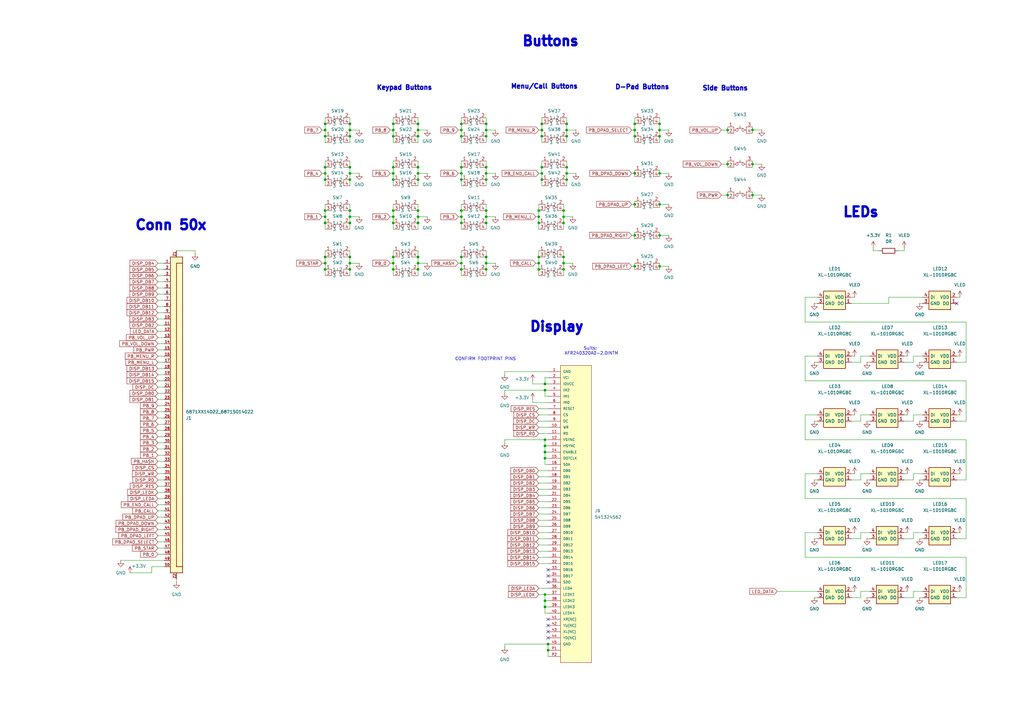
<source format=kicad_sch>
(kicad_sch (version 20250114) (generator "eeschema") (generator_version "9.0")
  (paper "A3")
  (text "D-Pad Buttons\n" (at 263.398 35.814 0) (effects (font (size 1.905 1.905) (thickness 1) (bold yes))))
  (text "CONFIRM FOOTPRINT PINS\n" (at 199.136 147.32 0) (effects (font (size 1.27 1.27))))
  (text "Menu/Call Buttons\n" (at 223.266 35.56 0) (effects (font (size 1.905 1.905) (thickness 1) (bold yes))))
  (text "Conn 50x\n" (at 70.104 92.456 0) (effects (font (size 4 4) (thickness 1) (bold yes))))
  (text "Keypad Buttons\n" (at 165.862 36.068 0) (effects (font (size 1.905 1.905) (thickness 1) (bold yes))))
  (text "LEDs\n" (at 353.06 87.122 0) (effects (font (size 4 4) (thickness 1) (bold yes))))
  (text "Buttons\n" (at 225.806 17.018 0) (effects (font (size 4 4) (thickness 1) (bold yes))))
  (text "Side Buttons\n\n" (at 297.434 37.846 0) (effects (font (size 1.905 1.905) (thickness 1) (bold yes))))
  (text "Suits: \nAFR240320A0-2.0INTM" (at 242.57 144.018 0) (effects (font (size 1.27 1.27))))
  (text "Display" (at 228.346 134.112 0) (effects (font (size 4 4) (thickness 1) (bold yes))))
  (junction (at 260.35 55.88))
  (junction (at 189.23 110.49))
  (junction (at 222.25 50.8))
  (junction (at 260.35 50.8))
  (junction (at 220.98 88.9))
  (junction (at 161.29 55.88))
  (junction (at 199.39 68.58))
  (junction (at 224.79 264.16))
  (junction (at 231.14 86.36))
  (junction (at 223.52 185.42))
  (junction (at 222.25 71.12))
  (junction (at 189.23 105.41))
  (junction (at 199.39 55.88))
  (junction (at 133.35 50.8))
  (junction (at 161.29 86.36))
  (junction (at 143.51 91.44))
  (junction (at 161.29 105.41))
  (junction (at 223.52 246.38))
  (junction (at 220.98 86.36))
  (junction (at 222.25 73.66))
  (junction (at 143.51 53.34))
  (junction (at 161.29 50.8))
  (junction (at 199.39 71.12))
  (junction (at 231.14 110.49))
  (junction (at 189.23 53.34))
  (junction (at 199.39 73.66))
  (junction (at 133.35 73.66))
  (junction (at 189.23 107.95))
  (junction (at 231.14 88.9))
  (junction (at 171.45 68.58))
  (junction (at 260.35 109.22))
  (junction (at 232.41 68.58))
  (junction (at 308.61 53.2978))
  (junction (at 143.51 105.41))
  (junction (at 171.45 86.36))
  (junction (at 143.51 86.36))
  (junction (at 143.51 88.9))
  (junction (at 133.35 55.88))
  (junction (at 133.35 107.95))
  (junction (at 223.52 160.02))
  (junction (at 133.35 110.49))
  (junction (at 223.52 182.88))
  (junction (at 232.41 73.66))
  (junction (at 270.51 50.8))
  (junction (at 189.23 71.12))
  (junction (at 260.35 71.12))
  (junction (at 308.61 67.31))
  (junction (at 223.52 187.96))
  (junction (at 232.41 55.88))
  (junction (at 171.45 71.12))
  (junction (at 270.51 53.34))
  (junction (at 189.23 88.9))
  (junction (at 199.39 107.95))
  (junction (at 143.51 55.88))
  (junction (at 171.45 105.41))
  (junction (at 199.39 50.8))
  (junction (at 143.51 107.95))
  (junction (at 260.35 96.52))
  (junction (at 231.14 107.95))
  (junction (at 143.51 50.8))
  (junction (at 199.39 105.41))
  (junction (at 161.29 110.49))
  (junction (at 260.35 83.82))
  (junction (at 133.35 71.12))
  (junction (at 308.61 80.01))
  (junction (at 133.35 68.58))
  (junction (at 220.98 107.95))
  (junction (at 161.29 73.66))
  (junction (at 222.25 68.58))
  (junction (at 143.51 71.12))
  (junction (at 222.25 53.34))
  (junction (at 199.39 88.9))
  (junction (at 171.45 73.66))
  (junction (at 171.45 55.88))
  (junction (at 232.41 50.8))
  (junction (at 199.39 91.44))
  (junction (at 189.23 73.66))
  (junction (at 231.14 91.44))
  (junction (at 161.29 88.9))
  (junction (at 270.51 55.88))
  (junction (at 260.35 53.34))
  (junction (at 133.35 86.36))
  (junction (at 143.51 68.58))
  (junction (at 223.52 243.84))
  (junction (at 171.45 53.34))
  (junction (at 161.29 53.34))
  (junction (at 231.14 105.41))
  (junction (at 133.35 53.34))
  (junction (at 189.23 91.44))
  (junction (at 222.25 55.88))
  (junction (at 161.29 107.95))
  (junction (at 232.41 53.34))
  (junction (at 199.39 86.36))
  (junction (at 223.52 180.34))
  (junction (at 143.51 73.66))
  (junction (at 133.35 88.9))
  (junction (at 220.98 110.49))
  (junction (at 223.52 248.92))
  (junction (at 171.45 110.49))
  (junction (at 171.45 91.44))
  (junction (at 161.29 68.58))
  (junction (at 224.79 266.7))
  (junction (at 298.45 80.01))
  (junction (at 199.39 110.49))
  (junction (at 189.23 55.88))
  (junction (at 189.23 68.58))
  (junction (at 143.51 110.49))
  (junction (at 161.29 71.12))
  (junction (at 171.45 107.95))
  (junction (at 298.45 67.31))
  (junction (at 270.51 96.52))
  (junction (at 298.45 53.34))
  (junction (at 223.52 157.48))
  (junction (at 189.23 86.36))
  (junction (at 133.35 91.44))
  (junction (at 232.41 71.12))
  (junction (at 270.51 83.82))
  (junction (at 270.51 71.12))
  (junction (at 161.29 91.44))
  (junction (at 199.39 53.34))
  (junction (at 270.51 109.22))
  (junction (at 220.98 91.44))
  (junction (at 220.98 105.41))
  (junction (at 171.45 50.8))
  (junction (at 133.35 105.41))
  (junction (at 171.45 88.9))
  (junction (at 189.23 50.8))
  (no_connect (at 224.79 238.76))
  (no_connect (at 392.43 124.46))
  (no_connect (at 224.79 261.62))
  (no_connect (at 224.79 256.54))
  (no_connect (at 224.79 254))
  (no_connect (at 224.79 233.68))
  (no_connect (at 224.79 259.08))
  (no_connect (at 224.79 236.22))
  (wire (pts (xy 171.45 83.82) (xy 171.45 86.36)))
  (wire (pts (xy 161.29 107.95) (xy 161.29 110.49)))
  (wire (pts (xy 133.35 86.36) (xy 133.35 88.9)))
  (wire (pts (xy 143.51 88.9) (xy 143.51 91.44)))
  (wire (pts (xy 161.29 50.8) (xy 161.29 53.34)))
  (wire (pts (xy 161.29 86.36) (xy 161.29 88.9)))
  (wire (pts (xy 374.65 245.11) (xy 370.84 245.11)))
  (wire (pts (xy 161.29 110.49) (xy 161.29 113.03)))
  (wire (pts (xy 171.45 66.04) (xy 171.45 68.58)))
  (wire (pts (xy 67.31 189.23) (xy 64.77 189.23)))
  (wire (pts (xy 356.87 245.11) (xy 355.6 245.11)))
  (wire (pts (xy 393.7 121.92) (xy 392.43 121.92)))
  (wire (pts (xy 218.44 165.1) (xy 218.44 163.83)))
  (wire (pts (xy 220.98 223.52) (xy 224.79 223.52)))
  (wire (pts (xy 220.98 193.04) (xy 224.79 193.04)))
  (wire (pts (xy 220.98 175.26) (xy 224.79 175.26)))
  (wire (pts (xy 67.31 209.55) (xy 64.77 209.55)))
  (wire (pts (xy 160.02 88.9) (xy 161.29 88.9)))
  (wire (pts (xy 223.52 154.94) (xy 223.52 157.48)))
  (wire (pts (xy 220.98 200.66) (xy 224.79 200.66)))
  (wire (pts (xy 231.14 107.95) (xy 234.95 107.95)))
  (wire (pts (xy 335.28 245.11) (xy 334.01 245.11)))
  (wire (pts (xy 133.35 83.82) (xy 133.35 86.36)))
  (wire (pts (xy 232.41 48.26) (xy 232.41 50.8)))
  (wire (pts (xy 222.25 71.12) (xy 222.25 73.66)))
  (wire (pts (xy 353.06 196.85) (xy 349.25 196.85)))
  (wire (pts (xy 133.35 53.34) (xy 133.35 55.88)))
  (wire (pts (xy 189.23 48.26) (xy 189.23 50.8)))
  (wire (pts (xy 171.45 88.9) (xy 171.45 91.44)))
  (wire (pts (xy 199.39 91.44) (xy 199.39 93.98)))
  (wire (pts (xy 260.35 55.88) (xy 260.35 58.42)))
  (wire (pts (xy 330.2 204.47) (xy 330.2 194.31)))
  (wire (pts (xy 67.31 130.81) (xy 64.77 130.81)))
  (wire (pts (xy 133.35 48.26) (xy 133.35 50.8)))
  (wire (pts (xy 67.31 168.91) (xy 64.77 168.91)))
  (wire (pts (xy 132.08 88.9) (xy 133.35 88.9)))
  (wire (pts (xy 67.31 158.75) (xy 64.77 158.75)))
  (wire (pts (xy 370.84 102.87) (xy 370.84 101.6)))
  (wire (pts (xy 298.45 80.01) (xy 298.45 81.28)))
  (wire (pts (xy 220.98 88.9) (xy 220.98 91.44)))
  (wire (pts (xy 161.29 102.87) (xy 161.29 105.41)))
  (wire (pts (xy 161.29 73.66) (xy 161.29 76.2)))
  (wire (pts (xy 133.35 50.8) (xy 133.35 53.34)))
  (wire (pts (xy 220.98 105.41) (xy 220.98 107.95)))
  (wire (pts (xy 199.39 68.58) (xy 199.39 71.12)))
  (wire (pts (xy 223.52 190.5) (xy 223.52 187.96)))
  (wire (pts (xy 220.98 205.74) (xy 224.79 205.74)))
  (wire (pts (xy 260.35 95.25) (xy 260.35 96.52)))
  (wire (pts (xy 396.24 204.47) (xy 330.2 204.47)))
  (wire (pts (xy 222.25 48.26) (xy 222.25 50.8)))
  (wire (pts (xy 224.79 251.46) (xy 223.52 251.46)))
  (wire (pts (xy 350.52 194.31) (xy 349.25 194.31)))
  (wire (pts (xy 220.98 107.95) (xy 220.98 110.49)))
  (wire (pts (xy 160.02 107.95) (xy 161.29 107.95)))
  (wire (pts (xy 67.31 196.85) (xy 64.77 196.85)))
  (wire (pts (xy 393.7 242.57) (xy 392.43 242.57)))
  (wire (pts (xy 67.31 224.79) (xy 64.77 224.79)))
  (wire (pts (xy 358.14 101.6) (xy 358.14 102.87)))
  (wire (pts (xy 161.29 55.88) (xy 161.29 58.42)))
  (wire (pts (xy 260.35 83.82) (xy 260.35 85.09)))
  (wire (pts (xy 219.71 88.9) (xy 220.98 88.9)))
  (wire (pts (xy 67.31 173.99) (xy 64.77 173.99)))
  (wire (pts (xy 67.31 115.57) (xy 64.77 115.57)))
  (wire (pts (xy 67.31 156.21) (xy 64.77 156.21)))
  (wire (pts (xy 189.23 105.41) (xy 189.23 107.95)))
  (wire (pts (xy 199.39 107.95) (xy 199.39 110.49)))
  (wire (pts (xy 330.2 170.18) (xy 335.28 170.18)))
  (wire (pts (xy 132.08 53.34) (xy 133.35 53.34)))
  (wire (pts (xy 189.23 50.8) (xy 189.23 53.34)))
  (wire (pts (xy 222.25 73.66) (xy 222.25 76.2)))
  (wire (pts (xy 308.61 80.01) (xy 308.61 81.28)))
  (wire (pts (xy 199.39 88.9) (xy 203.2 88.9)))
  (wire (pts (xy 353.06 148.59) (xy 349.25 148.59)))
  (wire (pts (xy 356.87 146.05) (xy 353.06 146.05)))
  (wire (pts (xy 220.98 172.72) (xy 224.79 172.72)))
  (wire (pts (xy 67.31 166.37) (xy 64.77 166.37)))
  (wire (pts (xy 396.24 172.72) (xy 392.43 172.72)))
  (wire (pts (xy 372.11 146.05) (xy 370.84 146.05)))
  (wire (pts (xy 378.46 220.98) (xy 377.19 220.98)))
  (wire (pts (xy 353.06 218.44) (xy 353.06 220.98)))
  (wire (pts (xy 133.35 105.41) (xy 133.35 107.95)))
  (wire (pts (xy 335.28 124.46) (xy 334.01 124.46)))
  (wire (pts (xy 350.52 218.44) (xy 349.25 218.44)))
  (wire (pts (xy 161.29 88.9) (xy 161.29 91.44)))
  (wire (pts (xy 231.14 88.9) (xy 234.95 88.9)))
  (wire (pts (xy 270.51 69.85) (xy 270.51 71.12)))
  (wire (pts (xy 393.7 170.18) (xy 392.43 170.18)))
  (wire (pts (xy 224.79 243.84) (xy 223.52 243.84)))
  (wire (pts (xy 67.31 204.47) (xy 64.77 204.47)))
  (wire (pts (xy 220.98 215.9) (xy 224.79 215.9)))
  (wire (pts (xy 231.14 105.41) (xy 231.14 107.95)))
  (wire (pts (xy 143.51 107.95) (xy 147.32 107.95)))
  (wire (pts (xy 161.29 53.34) (xy 161.29 55.88)))
  (wire (pts (xy 133.35 91.44) (xy 133.35 93.98)))
  (wire (pts (xy 133.35 107.95) (xy 133.35 110.49)))
  (wire (pts (xy 298.45 53.34) (xy 298.45 54.61)))
  (wire (pts (xy 356.87 148.59) (xy 355.6 148.59)))
  (wire (pts (xy 335.28 220.98) (xy 334.01 220.98)))
  (wire (pts (xy 396.24 220.98) (xy 392.43 220.98)))
  (wire (pts (xy 356.87 242.57) (xy 353.06 242.57)))
  (wire (pts (xy 199.39 53.34) (xy 199.39 55.88)))
  (wire (pts (xy 189.23 110.49) (xy 189.23 113.03)))
  (wire (pts (xy 171.45 50.8) (xy 171.45 53.34)))
  (wire (pts (xy 260.35 109.22) (xy 260.35 110.49)))
  (wire (pts (xy 171.45 55.88) (xy 171.45 58.42)))
  (wire (pts (xy 171.45 48.26) (xy 171.45 50.8)))
  (wire (pts (xy 231.14 91.44) (xy 231.14 93.98)))
  (wire (pts (xy 67.31 110.49) (xy 64.77 110.49)))
  (wire (pts (xy 220.98 71.12) (xy 222.25 71.12)))
  (wire (pts (xy 143.51 110.49) (xy 143.51 113.03)))
  (wire (pts (xy 353.06 245.11) (xy 349.25 245.11)))
  (wire (pts (xy 231.14 110.49) (xy 231.14 113.03)))
  (wire (pts (xy 222.25 66.04) (xy 222.25 68.58)))
  (wire (pts (xy 67.31 212.09) (xy 64.77 212.09)))
  (wire (pts (xy 220.98 220.98) (xy 224.79 220.98)))
  (wire (pts (xy 260.35 71.12) (xy 260.35 72.39)))
  (wire (pts (xy 231.14 86.36) (xy 231.14 88.9)))
  (wire (pts (xy 308.61 67.31) (xy 312.42 67.31)))
  (wire (pts (xy 224.79 152.4) (xy 207.01 152.4)))
  (wire (pts (xy 160.02 53.34) (xy 161.29 53.34)))
  (wire (pts (xy 270.51 71.12) (xy 274.32 71.12)))
  (wire (pts (xy 270.51 82.55) (xy 270.51 83.82)))
  (wire (pts (xy 67.31 201.93) (xy 64.77 201.93)))
  (wire (pts (xy 67.31 222.25) (xy 64.77 222.25)))
  (wire (pts (xy 220.98 203.2) (xy 224.79 203.2)))
  (wire (pts (xy 143.51 102.87) (xy 143.51 105.41)))
  (wire (pts (xy 67.31 153.67) (xy 64.77 153.67)))
  (wire (pts (xy 308.61 78.74) (xy 308.61 80.01)))
  (wire (pts (xy 224.79 248.92) (xy 223.52 248.92)))
  (wire (pts (xy 232.41 55.88) (xy 232.41 58.42)))
  (wire (pts (xy 143.51 48.26) (xy 143.51 50.8)))
  (wire (pts (xy 161.29 68.58) (xy 161.29 71.12)))
  (wire (pts (xy 232.41 66.04) (xy 232.41 68.58)))
  (wire (pts (xy 207.01 264.16) (xy 207.01 265.43)))
  (wire (pts (xy 270.51 107.95) (xy 270.51 109.22)))
  (wire (pts (xy 330.2 228.6) (xy 330.2 218.44)))
  (wire (pts (xy 171.45 107.95) (xy 171.45 110.49)))
  (wire (pts (xy 220.98 208.28) (xy 224.79 208.28)))
  (wire (pts (xy 350.52 146.05) (xy 349.25 146.05)))
  (wire (pts (xy 396.24 245.11) (xy 392.43 245.11)))
  (wire (pts (xy 295.91 67.31) (xy 298.45 67.31)))
  (wire (pts (xy 171.45 73.66) (xy 171.45 76.2)))
  (wire (pts (xy 171.45 71.12) (xy 175.26 71.12)))
  (wire (pts (xy 187.96 53.34) (xy 189.23 53.34)))
  (wire (pts (xy 393.7 218.44) (xy 392.43 218.44)))
  (wire (pts (xy 231.14 83.82) (xy 231.14 86.36)))
  (wire (pts (xy 189.23 86.36) (xy 189.23 88.9)))
  (wire (pts (xy 232.41 73.66) (xy 232.41 76.2)))
  (wire (pts (xy 171.45 102.87) (xy 171.45 105.41)))
  (wire (pts (xy 374.65 170.18) (xy 374.65 172.72)))
  (wire (pts (xy 220.98 167.64) (xy 224.79 167.64)))
  (wire (pts (xy 161.29 48.26) (xy 161.29 50.8)))
  (wire (pts (xy 143.51 50.8) (xy 143.51 53.34)))
  (wire (pts (xy 220.98 210.82) (xy 224.79 210.82)))
  (wire (pts (xy 133.35 71.12) (xy 133.35 73.66)))
  (wire (pts (xy 67.31 120.65) (xy 64.77 120.65)))
  (wire (pts (xy 260.35 50.8) (xy 260.35 53.34)))
  (wire (pts (xy 353.06 242.57) (xy 353.06 245.11)))
  (wire (pts (xy 171.45 71.12) (xy 171.45 73.66)))
  (wire (pts (xy 187.96 88.9) (xy 189.23 88.9)))
  (wire (pts (xy 378.46 172.72) (xy 377.19 172.72)))
  (wire (pts (xy 189.23 55.88) (xy 189.23 58.42)))
  (wire (pts (xy 67.31 113.03) (xy 64.77 113.03)))
  (wire (pts (xy 270.51 109.22) (xy 270.51 110.49)))
  (wire (pts (xy 143.51 83.82) (xy 143.51 86.36)))
  (wire (pts (xy 372.11 218.44) (xy 370.84 218.44)))
  (wire (pts (xy 67.31 146.05) (xy 64.77 146.05)))
  (wire (pts (xy 378.46 170.18) (xy 374.65 170.18)))
  (wire (pts (xy 396.24 132.08) (xy 330.2 132.08)))
  (wire (pts (xy 219.71 107.95) (xy 220.98 107.95)))
  (wire (pts (xy 67.31 194.31) (xy 64.77 194.31)))
  (wire (pts (xy 330.2 132.08) (xy 330.2 121.92)))
  (wire (pts (xy 231.14 88.9) (xy 231.14 91.44)))
  (wire (pts (xy 223.52 185.42) (xy 223.52 182.88)))
  (wire (pts (xy 220.98 241.3) (xy 224.79 241.3)))
  (wire (pts (xy 143.51 86.36) (xy 143.51 88.9)))
  (wire (pts (xy 220.98 213.36) (xy 224.79 213.36)))
  (wire (pts (xy 259.08 71.12) (xy 260.35 71.12)))
  (wire (pts (xy 223.52 160.02) (xy 223.52 162.56)))
  (wire (pts (xy 223.52 185.42) (xy 224.79 185.42)))
  (wire (pts (xy 356.87 218.44) (xy 353.06 218.44)))
  (wire (pts (xy 353.06 170.18) (xy 353.06 172.72)))
  (wire (pts (xy 187.96 71.12) (xy 189.23 71.12)))
  (wire (pts (xy 396.24 148.59) (xy 392.43 148.59)))
  (wire (pts (xy 270.51 109.22) (xy 274.32 109.22)))
  (wire (pts (xy 62.23 232.41) (xy 62.23 234.95)))
  (wire (pts (xy 374.65 148.59) (xy 370.84 148.59)))
  (wire (pts (xy 378.46 124.46) (xy 377.19 124.46)))
  (wire (pts (xy 133.35 73.66) (xy 133.35 76.2)))
  (wire (pts (xy 396.24 228.6) (xy 330.2 228.6)))
  (wire (pts (xy 223.52 246.38) (xy 224.79 246.38)))
  (wire (pts (xy 67.31 219.71) (xy 64.77 219.71)))
  (wire (pts (xy 220.98 218.44) (xy 224.79 218.44)))
  (wire (pts (xy 199.39 105.41) (xy 199.39 107.95)))
  (wire (pts (xy 143.51 107.95) (xy 143.51 110.49)))
  (wire (pts (xy 396.24 156.21) (xy 330.2 156.21)))
  (wire (pts (xy 308.61 53.2978) (xy 312.42 53.2978)))
  (wire (pts (xy 378.46 146.05) (xy 374.65 146.05)))
  (wire (pts (xy 187.96 107.95) (xy 189.23 107.95)))
  (wire (pts (xy 199.39 66.04) (xy 199.39 68.58)))
  (wire (pts (xy 330.2 146.05) (xy 335.28 146.05)))
  (wire (pts (xy 171.45 105.41) (xy 171.45 107.95)))
  (wire (pts (xy 374.65 146.05) (xy 374.65 148.59)))
  (wire (pts (xy 67.31 107.95) (xy 64.77 107.95)))
  (wire (pts (xy 330.2 121.92) (xy 335.28 121.92)))
  (wire (pts (xy 378.46 121.92) (xy 364.49 121.92)))
  (wire (pts (xy 298.45 52.07) (xy 298.45 53.34)))
  (wire (pts (xy 67.31 176.53) (xy 64.77 176.53)))
  (wire (pts (xy 133.35 102.87) (xy 133.35 105.41)))
  (wire (pts (xy 356.87 172.72) (xy 355.6 172.72)))
  (wire (pts (xy 372.11 170.18) (xy 370.84 170.18)))
  (wire (pts (xy 372.11 242.57) (xy 370.84 242.57)))
  (wire (pts (xy 199.39 73.66) (xy 199.39 76.2)))
  (wire (pts (xy 220.98 110.49) (xy 220.98 113.03)))
  (wire (pts (xy 199.39 53.34) (xy 203.2 53.34)))
  (wire (pts (xy 223.52 180.34) (xy 223.52 182.88)))
  (wire (pts (xy 222.25 55.88) (xy 222.25 58.42)))
  (wire (pts (xy 295.91 53.34) (xy 298.45 53.34)))
  (wire (pts (xy 378.46 245.11) (xy 377.19 245.11)))
  (wire (pts (xy 143.51 55.88) (xy 143.51 58.42)))
  (wire (pts (xy 171.45 53.34) (xy 175.26 53.34)))
  (wire (pts (xy 220.98 243.84) (xy 223.52 243.84)))
  (wire (pts (xy 298.45 67.31) (xy 298.45 68.58)))
  (wire (pts (xy 67.31 143.51) (xy 64.77 143.51)))
  (wire (pts (xy 378.46 148.59) (xy 377.19 148.59)))
  (wire (pts (xy 223.52 248.92) (xy 223.52 246.38)))
  (wire (pts (xy 224.79 266.7) (xy 224.79 269.24)))
  (wire (pts (xy 189.23 66.04) (xy 189.23 68.58)))
  (wire (pts (xy 67.31 148.59) (xy 64.77 148.59)))
  (wire (pts (xy 67.31 227.33) (xy 64.77 227.33)))
  (wire (pts (xy 171.45 86.36) (xy 171.45 88.9)))
  (wire (pts (xy 353.06 220.98) (xy 349.25 220.98)))
  (wire (pts (xy 220.98 231.14) (xy 224.79 231.14)))
  (wire (pts (xy 224.79 264.16) (xy 224.79 266.7)))
  (wire (pts (xy 220.98 83.82) (xy 220.98 86.36)))
  (wire (pts (xy 356.87 170.18) (xy 353.06 170.18)))
  (wire (pts (xy 393.7 194.31) (xy 392.43 194.31)))
  (wire (pts (xy 72.39 102.87) (xy 80.01 102.87)))
  (wire (pts (xy 259.08 96.52) (xy 260.35 96.52)))
  (wire (pts (xy 396.24 196.85) (xy 392.43 196.85)))
  (wire (pts (xy 67.31 181.61) (xy 64.77 181.61)))
  (wire (pts (xy 308.61 80.01) (xy 312.42 80.01)))
  (wire (pts (xy 396.24 156.21) (xy 396.24 172.72)))
  (wire (pts (xy 207.01 160.02) (xy 207.01 161.29)))
  (wire (pts (xy 67.31 214.63) (xy 64.77 214.63)))
  (wire (pts (xy 161.29 83.82) (xy 161.29 86.36)))
  (wire (pts (xy 224.79 154.94) (xy 223.52 154.94)))
  (wire (pts (xy 396.24 204.47) (xy 396.24 220.98)))
  (wire (pts (xy 396.24 180.34) (xy 330.2 180.34)))
  (wire (pts (xy 335.28 148.59) (xy 334.01 148.59)))
  (wire (pts (xy 133.35 68.58) (xy 133.35 71.12)))
  (wire (pts (xy 67.31 138.43) (xy 64.77 138.43)))
  (wire (pts (xy 171.45 110.49) (xy 171.45 113.03)))
  (wire (pts (xy 67.31 171.45) (xy 64.77 171.45)))
  (wire (pts (xy 318.77 242.57) (xy 335.28 242.57)))
  (wire (pts (xy 224.79 264.16) (xy 207.01 264.16)))
  (wire (pts (xy 364.49 121.92) (xy 364.49 124.46)))
  (wire (pts (xy 260.35 69.85) (xy 260.35 71.12)))
  (wire (pts (xy 330.2 218.44) (xy 335.28 218.44)))
  (wire (pts (xy 330.2 194.31) (xy 335.28 194.31)))
  (wire (pts (xy 270.51 53.34) (xy 274.32 53.34)))
  (wire (pts (xy 220.98 177.8) (xy 224.79 177.8)))
  (wire (pts (xy 143.51 66.04) (xy 143.51 68.58)))
  (wire (pts (xy 224.79 187.96) (xy 223.52 187.96)))
  (wire (pts (xy 308.61 67.31) (xy 308.61 68.58)))
  (wire (pts (xy 270.51 71.12) (xy 270.51 72.39)))
  (wire (pts (xy 67.31 133.35) (xy 64.77 133.35)))
  (wire (pts (xy 350.52 121.92) (xy 349.25 121.92)))
  (wire (pts (xy 67.31 199.39) (xy 64.77 199.39)))
  (wire (pts (xy 222.25 68.58) (xy 222.25 71.12)))
  (wire (pts (xy 220.98 86.36) (xy 220.98 88.9)))
  (wire (pts (xy 67.31 184.15) (xy 64.77 184.15)))
  (wire (pts (xy 223.52 157.48) (xy 218.44 157.48)))
  (wire (pts (xy 160.02 71.12) (xy 161.29 71.12)))
  (wire (pts (xy 298.45 78.74) (xy 298.45 80.01)))
  (wire (pts (xy 356.87 196.85) (xy 355.6 196.85)))
  (wire (pts (xy 143.51 53.34) (xy 147.32 53.34)))
  (wire (pts (xy 199.39 86.36) (xy 199.39 88.9)))
  (wire (pts (xy 374.65 172.72) (xy 370.84 172.72)))
  (wire (pts (xy 189.23 91.44) (xy 189.23 93.98)))
  (wire (pts (xy 199.39 83.82) (xy 199.39 86.36)))
  (wire (pts (xy 220.98 195.58) (xy 224.79 195.58)))
  (wire (pts (xy 161.29 105.41) (xy 161.29 107.95)))
  (wire (pts (xy 298.45 66.04) (xy 298.45 67.31)))
  (wire (pts (xy 189.23 71.12) (xy 189.23 73.66)))
  (wire (pts (xy 231.14 107.95) (xy 231.14 110.49)))
  (wire (pts (xy 374.65 242.57) (xy 374.65 245.11)))
  (wire (pts (xy 356.87 194.31) (xy 353.06 194.31)))
  (wire (pts (xy 270.51 48.26) (xy 270.51 50.8)))
  (wire (pts (xy 308.61 52.07) (xy 308.61 53.2978)))
  (wire (pts (xy 353.06 172.72) (xy 349.25 172.72)))
  (wire (pts (xy 67.31 128.27) (xy 64.77 128.27)))
  (wire (pts (xy 220.98 226.06) (xy 224.79 226.06)))
  (wire (pts (xy 270.51 96.52) (xy 274.32 96.52)))
  (wire (pts (xy 353.06 194.31) (xy 353.06 196.85)))
  (wire (pts (xy 372.11 194.31) (xy 370.84 194.31)))
  (wire (pts (xy 308.61 53.2978) (xy 308.61 54.61)))
  (wire (pts (xy 161.29 66.04) (xy 161.29 68.58)))
  (wire (pts (xy 199.39 71.12) (xy 199.39 73.66)))
  (wire (pts (xy 350.52 170.18) (xy 349.25 170.18)))
  (wire (pts (xy 223.52 187.96) (xy 223.52 185.42)))
  (wire (pts (xy 132.08 71.12) (xy 133.35 71.12)))
  (wire (pts (xy 378.46 242.57) (xy 374.65 242.57)))
  (wire (pts (xy 224.79 180.34) (xy 223.52 180.34)))
  (wire (pts (xy 189.23 83.82) (xy 189.23 86.36)))
  (wire (pts (xy 220.98 91.44) (xy 220.98 93.98)))
  (wire (pts (xy 374.65 220.98) (xy 370.84 220.98)))
  (wire (pts (xy 199.39 48.26) (xy 199.39 50.8)))
  (wire (pts (xy 143.51 71.12) (xy 143.51 73.66)))
  (wire (pts (xy 232.41 71.12) (xy 232.41 73.66)))
  (wire (pts (xy 132.08 107.95) (xy 133.35 107.95)))
  (wire (pts (xy 335.28 172.72) (xy 334.01 172.72)))
  (wire (pts (xy 364.49 124.46) (xy 349.25 124.46)))
  (wire (pts (xy 374.65 196.85) (xy 370.84 196.85)))
  (wire (pts (xy 67.31 191.77) (xy 64.77 191.77)))
  (wire (pts (xy 143.51 71.12) (xy 147.32 71.12)))
  (wire (pts (xy 67.31 140.97) (xy 64.77 140.97)))
  (wire (pts (xy 220.98 53.34) (xy 222.25 53.34)))
  (wire (pts (xy 270.51 95.25) (xy 270.51 96.52)))
  (wire (pts (xy 232.41 53.34) (xy 236.22 53.34)))
  (wire (pts (xy 67.31 217.17) (xy 64.77 217.17)))
  (wire (pts (xy 67.31 179.07) (xy 64.77 179.07)))
  (wire (pts (xy 171.45 53.34) (xy 171.45 55.88)))
  (wire (pts (xy 220.98 170.18) (xy 224.79 170.18)))
  (wire (pts (xy 378.46 218.44) (xy 374.65 218.44)))
  (wire (pts (xy 396.24 132.08) (xy 396.24 148.59)))
  (wire (pts (xy 350.52 242.57) (xy 349.25 242.57)))
  (wire (pts (xy 260.35 82.55) (xy 260.35 83.82)))
  (wire (pts (xy 207.01 180.34) (xy 207.01 181.61)))
  (wire (pts (xy 72.39 237.49) (xy 72.39 238.76)))
  (wire (pts (xy 368.3 102.87) (xy 370.84 102.87)))
  (wire (pts (xy 143.51 91.44) (xy 143.51 93.98)))
  (wire (pts (xy 67.31 163.83) (xy 64.77 163.83)))
  (wire (pts (xy 259.08 109.22) (xy 260.35 109.22)))
  (wire (pts (xy 143.51 105.41) (xy 143.51 107.95)))
  (wire (pts (xy 80.01 102.87) (xy 80.01 104.14)))
  (wire (pts (xy 133.35 66.04) (xy 133.35 68.58)))
  (wire (pts (xy 67.31 207.01) (xy 64.77 207.01)))
  (wire (pts (xy 53.34 234.95) (xy 62.23 234.95)))
  (wire (pts (xy 295.91 80.01) (xy 298.45 80.01)))
  (wire (pts (xy 67.31 118.11) (xy 64.77 118.11)))
  (wire (pts (xy 199.39 88.9) (xy 199.39 91.44)))
  (wire (pts (xy 199.39 50.8) (xy 199.39 53.34)))
  (wire (pts (xy 171.45 88.9) (xy 175.26 88.9)))
  (wire (pts (xy 143.51 53.34) (xy 143.51 55.88)))
  (wire (pts (xy 161.29 91.44) (xy 161.29 93.98)))
  (wire (pts (xy 161.29 71.12) (xy 161.29 73.66)))
  (wire (pts (xy 374.65 194.31) (xy 374.65 196.85)))
  (wire (pts (xy 259.08 53.34) (xy 260.35 53.34)))
  (wire (pts (xy 207.01 152.4) (xy 207.01 153.67)))
  (wire (pts (xy 133.35 55.88) (xy 133.35 58.42)))
  (wire (pts (xy 270.51 50.8) (xy 270.51 53.34)))
  (wire (pts (xy 171.45 91.44) (xy 171.45 93.98)))
  (wire (pts (xy 171.45 107.95) (xy 175.26 107.95)))
  (wire (pts (xy 259.08 83.82) (xy 260.35 83.82)))
  (wire (pts (xy 378.46 196.85) (xy 377.19 196.85)))
  (wire (pts (xy 378.46 194.31) (xy 374.65 194.31)))
  (wire (pts (xy 49.53 229.87) (xy 67.31 229.87)))
  (wire (pts (xy 270.51 83.82) (xy 274.32 83.82)))
  (wire (pts (xy 67.31 125.73) (xy 64.77 125.73)))
  (wire (pts (xy 143.51 88.9) (xy 147.32 88.9)))
  (wire (pts (xy 270.51 83.82) (xy 270.51 85.09)))
  (wire (pts (xy 199.39 107.95) (xy 203.2 107.95)))
  (wire (pts (xy 67.31 123.19) (xy 64.77 123.19)))
  (wire (pts (xy 189.23 73.66) (xy 189.23 76.2)))
  (wire (pts (xy 199.39 110.49) (xy 199.39 113.03)))
  (wire (pts (xy 356.87 220.98) (xy 355.6 220.98)))
  (wire (pts (xy 393.7 146.05) (xy 392.43 146.05)))
  (wire (pts (xy 189.23 68.58) (xy 189.23 71.12)))
  (wire (pts (xy 220.98 102.87) (xy 220.98 105.41)))
  (wire (pts (xy 189.23 102.87) (xy 189.23 105.41)))
  (wire (pts (xy 199.39 55.88) (xy 199.39 58.42)))
  (wire (pts (xy 353.06 146.05) (xy 353.06 148.59)))
  (wire (pts (xy 260.35 53.34) (xy 260.35 55.88)))
  (wire (pts (xy 232.41 68.58) (xy 232.41 71.12)))
  (wire (pts (xy 330.2 156.21) (xy 330.2 146.05)))
  (wire (pts (xy 199.39 71.12) (xy 203.2 71.12)))
  (wire (pts (xy 67.31 186.69) (xy 64.77 186.69)))
  (wire (pts (xy 223.52 243.84) (xy 223.52 246.38)))
  (wire (pts (xy 270.51 55.88) (xy 270.51 58.42)))
  (wire (pts (xy 330.2 180.34) (xy 330.2 170.18)))
  (wire (pts (xy 133.35 110.49) (xy 133.35 113.03)))
  (wire (pts (xy 220.98 198.12) (xy 224.79 198.12)))
  (wire (pts (xy 231.14 102.87) (xy 231.14 105.41)))
  (wire (pts (xy 223.52 251.46) (xy 223.52 248.92)))
  (wire (pts (xy 171.45 68.58) (xy 171.45 71.12)))
  (wire (pts (xy 67.31 161.29) (xy 64.77 161.29)))
  (wire (pts (xy 335.28 196.85) (xy 334.01 196.85)))
  (wire (pts (xy 308.61 66.04) (xy 308.61 67.31)))
  (wire (pts (xy 260.35 48.26) (xy 260.35 50.8)))
  (wire (pts (xy 222.25 50.8) (xy 222.25 53.34)))
  (wire (pts (xy 207.01 160.02) (xy 223.52 160.02)))
  (wire (pts (xy 224.79 165.1) (xy 218.44 165.1)))
  (wire (pts (xy 224.79 182.88) (xy 223.52 182.88)))
  (wire (pts (xy 189.23 53.34) (xy 189.23 55.88)))
  (wire (pts (xy 189.23 107.95) (xy 189.23 110.49)))
  (wire (pts (xy 189.23 88.9) (xy 189.23 91.44)))
  (wire (pts (xy 143.51 73.66) (xy 143.51 76.2)))
  (wire (pts (xy 224.79 190.5) (xy 223.52 190.5)))
  (wire (pts (xy 222.25 53.34) (xy 222.25 55.88)))
  (wire (pts (xy 67.31 135.89) (xy 64.77 135.89)))
  (wire (pts (xy 199.39 102.87) (xy 199.39 105.41)))
  (wire (pts (xy 223.52 162.56) (xy 224.79 162.56)))
  (wire (pts (xy 224.79 157.48) (xy 223.52 157.48)))
  (wire (pts (xy 133.35 88.9) (xy 133.35 91.44)))
  (wire (pts (xy 374.65 218.44) (xy 374.65 220.98)))
  (wire (pts (xy 232.41 53.34) (xy 232.41 55.88)))
  (wire (pts (xy 260.35 96.52) (xy 260.35 97.79)))
  (wire (pts (xy 218.44 156.21) (xy 218.44 157.48)))
  (wire (pts (xy 67.31 151.13) (xy 64.77 151.13)))
  (wire (pts (xy 396.24 180.34) (xy 396.24 196.85)))
  (wire (pts (xy 224.79 160.02) (xy 223.52 160.02)))
  (wire (pts (xy 270.51 53.34) (xy 270.51 55.88)))
  (wire (pts (xy 232.41 50.8) (xy 232.41 53.34)))
  (wire (pts (xy 396.24 228.6) (xy 396.24 245.11)))
  (wire (pts (xy 67.31 232.41) (xy 62.23 232.41)))
  (wire (pts (xy 220.98 228.6) (xy 224.79 228.6)))
  (wire (pts (xy 260.35 107.95) (xy 260.35 109.22)))
  (wire (pts (xy 143.51 68.58) (xy 143.51 71.12)))
  (wire (pts (xy 358.14 102.87) (xy 360.68 102.87)))
  (wire (pts (xy 232.41 71.12) (xy 236.22 71.12)))
  (wire (pts (xy 223.52 180.34) (xy 207.01 180.34)))
  (wire (pts (xy 270.51 96.52) (xy 270.51 97.79)))
  (global_label "DISP_DB3" (shape input) (at 220.98 200.66 180) (property "Intersheetrefs" "${INTERSHEET_REFS}" (effects (hide yes))))
  (global_label "DISP_DB5" (shape input) (at 220.98 205.74 180) (property "Intersheetrefs" "${INTERSHEET_REFS}" (effects (hide yes))))
  (global_label "PB_6" (shape input) (at 64.77 173.99 180) (property "Intersheetrefs" "${INTERSHEET_REFS}" (effects (hide yes))))
  (global_label "PB_STAR" (shape input) (at 132.08 107.95 180) (property "Intersheetrefs" "${INTERSHEET_REFS}" (effects (hide yes))))
  (global_label "DISP_DB12" (shape input) (at 220.98 223.52 180) (property "Intersheetrefs" "${INTERSHEET_REFS}" (effects (hide yes))))
  (global_label "DISP_LEDK" (shape input) (at 64.77 201.93 180) (property "Intersheetrefs" "${INTERSHEET_REFS}" (effects (hide yes))))
  (global_label "DISP_DB15" (shape input) (at 220.98 231.14 180) (property "Intersheetrefs" "${INTERSHEET_REFS}" (effects (hide yes))))
  (global_label "PB_3" (shape input) (at 187.96 88.9 180) (property "Intersheetrefs" "${INTERSHEET_REFS}" (effects (hide yes))))
  (global_label "DISP_WR" (shape input) (at 64.77 194.31 180) (property "Intersheetrefs" "${INTERSHEET_REFS}" (effects (hide yes))))
  (global_label "DISP_LEDA" (shape input) (at 220.98 241.3 180) (property "Intersheetrefs" "${INTERSHEET_REFS}" (effects (hide yes))))
  (global_label "DISP_DB2" (shape input) (at 220.98 198.12 180) (property "Intersheetrefs" "${INTERSHEET_REFS}" (effects (hide yes))))
  (global_label "PB_MENU_R" (shape input) (at 64.77 146.05 180) (property "Intersheetrefs" "${INTERSHEET_REFS}" (effects (hide yes))))
  (global_label "DISP_DB3" (shape input) (at 64.77 130.81 180) (property "Intersheetrefs" "${INTERSHEET_REFS}" (effects (hide yes))))
  (global_label "PB_3" (shape input) (at 64.77 181.61 180) (property "Intersheetrefs" "${INTERSHEET_REFS}" (effects (hide yes))))
  (global_label "DISP_DB7" (shape input) (at 220.98 210.82 180) (property "Intersheetrefs" "${INTERSHEET_REFS}" (effects (hide yes))))
  (global_label "DISP_DB0" (shape input) (at 220.98 193.04 180) (property "Intersheetrefs" "${INTERSHEET_REFS}" (effects (hide yes))))
  (global_label "PB_8" (shape input) (at 160.02 53.34 180) (property "Intersheetrefs" "${INTERSHEET_REFS}" (effects (hide yes))))
  (global_label "PB_END_CALL" (shape input) (at 64.77 207.01 180) (property "Intersheetrefs" "${INTERSHEET_REFS}" (effects (hide yes))))
  (global_label "PB_CALL" (shape input) (at 219.71 107.95 180) (property "Intersheetrefs" "${INTERSHEET_REFS}" (effects (hide yes))))
  (global_label "DISP_RD" (shape input) (at 64.77 196.85 180) (property "Intersheetrefs" "${INTERSHEET_REFS}" (effects (hide yes))))
  (global_label "PB_HASH" (shape input) (at 64.77 189.23 180) (property "Intersheetrefs" "${INTERSHEET_REFS}" (effects (hide yes))))
  (global_label "PB_4" (shape input) (at 132.08 71.12 180) (property "Intersheetrefs" "${INTERSHEET_REFS}" (effects (hide yes))))
  (global_label "PB_DPAD_RIGHT" (shape input) (at 259.08 96.52 180) (property "Intersheetrefs" "${INTERSHEET_REFS}" (effects (hide yes))))
  (global_label "DISP_DC" (shape input) (at 64.77 158.75 180) (property "Intersheetrefs" "${INTERSHEET_REFS}" (effects (hide yes))))
  (global_label "DISP_DB9" (shape input) (at 64.77 120.65 180) (property "Intersheetrefs" "${INTERSHEET_REFS}" (effects (hide yes))))
  (global_label "DISP_DB5" (shape input) (at 64.77 110.49 180) (property "Intersheetrefs" "${INTERSHEET_REFS}" (effects (hide yes))))
  (global_label "PB_PWR" (shape input) (at 295.91 80.01 180) (property "Intersheetrefs" "${INTERSHEET_REFS}" (effects (hide yes))))
  (global_label "PB_VOL_UP" (shape input) (at 64.77 138.43 180) (property "Intersheetrefs" "${INTERSHEET_REFS}" (effects (hide yes))))
  (global_label "DISP_DB7" (shape input) (at 64.77 115.57 180) (property "Intersheetrefs" "${INTERSHEET_REFS}" (effects (hide yes))))
  (global_label "PB_0" (shape input) (at 64.77 227.33 180) (property "Intersheetrefs" "${INTERSHEET_REFS}" (effects (hide yes))))
  (global_label "PB_END_CALL" (shape input) (at 220.98 71.12 180) (property "Intersheetrefs" "${INTERSHEET_REFS}" (effects (hide yes))))
  (global_label "DISP_LEDA" (shape input) (at 64.77 204.47 180) (property "Intersheetrefs" "${INTERSHEET_REFS}" (effects (hide yes))))
  (global_label "LED_DATA" (shape input) (at 64.77 135.89 180) (property "Intersheetrefs" "${INTERSHEET_REFS}" (effects (hide yes))))
  (global_label "DISP_DB1" (shape input) (at 64.77 163.83 180) (property "Intersheetrefs" "${INTERSHEET_REFS}" (effects (hide yes))))
  (global_label "DISP_DB10" (shape input) (at 64.77 123.19 180) (property "Intersheetrefs" "${INTERSHEET_REFS}" (effects (hide yes))))
  (global_label "PB_VOL_DOWN" (shape input) (at 295.91 67.31 180) (property "Intersheetrefs" "${INTERSHEET_REFS}" (effects (hide yes))))
  (global_label "DISP_RD" (shape input) (at 220.98 177.8 180) (property "Intersheetrefs" "${INTERSHEET_REFS}" (effects (hide yes))))
  (global_label "DISP_DB1" (shape input) (at 220.98 195.58 180) (property "Intersheetrefs" "${INTERSHEET_REFS}" (effects (hide yes))))
  (global_label "PB_DPAD_DOWN" (shape input) (at 64.77 214.63 180) (property "Intersheetrefs" "${INTERSHEET_REFS}" (effects (hide yes))))
  (global_label "DISP_DB8" (shape input) (at 64.77 118.11 180) (property "Intersheetrefs" "${INTERSHEET_REFS}" (effects (hide yes))))
  (global_label "DISP_CS" (shape input) (at 220.98 170.18 180) (property "Intersheetrefs" "${INTERSHEET_REFS}" (effects (hide yes))))
  (global_label "PB_DPAD_LEFT" (shape input) (at 64.77 219.71 180) (property "Intersheetrefs" "${INTERSHEET_REFS}" (effects (hide yes))))
  (global_label "PB_VOL_DOWN" (shape input) (at 64.77 140.97 180) (property "Intersheetrefs" "${INTERSHEET_REFS}" (effects (hide yes))))
  (global_label "LED_DATA" (shape input) (at 318.77 242.57 180) (property "Intersheetrefs" "${INTERSHEET_REFS}" (effects (hide yes))))
  (global_label "PB_PWR" (shape input) (at 64.77 143.51 180) (property "Intersheetrefs" "${INTERSHEET_REFS}" (effects (hide yes))))
  (global_label "DISP_LEDK" (shape input) (at 220.98 243.84 180) (property "Intersheetrefs" "${INTERSHEET_REFS}" (effects (hide yes))))
  (global_label "DISP_DB2" (shape input) (at 64.77 133.35 180) (property "Intersheetrefs" "${INTERSHEET_REFS}" (effects (hide yes))))
  (global_label "PB_1" (shape input) (at 132.08 88.9 180) (property "Intersheetrefs" "${INTERSHEET_REFS}" (effects (hide yes))))
  (global_label "PB_7" (shape input) (at 132.08 53.34 180) (property "Intersheetrefs" "${INTERSHEET_REFS}" (effects (hide yes))))
  (global_label "PB_DPAD_UP" (shape input) (at 259.08 83.82 180) (property "Intersheetrefs" "${INTERSHEET_REFS}" (effects (hide yes))))
  (global_label "PB_2" (shape input) (at 160.02 88.9 180) (property "Intersheetrefs" "${INTERSHEET_REFS}" (effects (hide yes))))
  (global_label "DISP_DB6" (shape input) (at 64.77 113.03 180) (property "Intersheetrefs" "${INTERSHEET_REFS}" (effects (hide yes))))
  (global_label "DISP_DB4" (shape input) (at 220.98 203.2 180) (property "Intersheetrefs" "${INTERSHEET_REFS}" (effects (hide yes))))
  (global_label "PB_9" (shape input) (at 64.77 166.37 180) (property "Intersheetrefs" "${INTERSHEET_REFS}" (effects (hide yes))))
  (global_label "DISP_DB6" (shape input) (at 220.98 208.28 180) (property "Intersheetrefs" "${INTERSHEET_REFS}" (effects (hide yes))))
  (global_label "PB_1" (shape input) (at 64.77 186.69 180) (property "Intersheetrefs" "${INTERSHEET_REFS}" (effects (hide yes))))
  (global_label "DISP_DB11" (shape input) (at 64.77 125.73 180) (property "Intersheetrefs" "${INTERSHEET_REFS}" (effects (hide yes))))
  (global_label "PB_DPAD_SELECT" (shape input) (at 259.08 53.34 180) (property "Intersheetrefs" "${INTERSHEET_REFS}" (effects (hide yes))))
  (global_label "PB_DPAD_DOWN" (shape input) (at 259.08 71.12 180) (property "Intersheetrefs" "${INTERSHEET_REFS}" (effects (hide yes))))
  (global_label "DISP_DB4" (shape input) (at 64.77 107.95 180) (property "Intersheetrefs" "${INTERSHEET_REFS}" (effects (hide yes))))
  (global_label "DISP_DB12" (shape input) (at 64.77 128.27 180) (property "Intersheetrefs" "${INTERSHEET_REFS}" (effects (hide yes))))
  (global_label "PB_4" (shape input) (at 64.77 179.07 180) (property "Intersheetrefs" "${INTERSHEET_REFS}" (effects (hide yes))))
  (global_label "PB_5" (shape input) (at 64.77 176.53 180) (property "Intersheetrefs" "${INTERSHEET_REFS}" (effects (hide yes))))
  (global_label "DISP_DC" (shape input) (at 220.98 172.72 180) (property "Intersheetrefs" "${INTERSHEET_REFS}" (effects (hide yes))))
  (global_label "DISP_DB10" (shape input) (at 220.98 218.44 180) (property "Intersheetrefs" "${INTERSHEET_REFS}" (effects (hide yes))))
  (global_label "DISP_DB13" (shape input) (at 64.77 151.13 180) (property "Intersheetrefs" "${INTERSHEET_REFS}" (effects (hide yes))))
  (global_label "DISP_DB8" (shape input) (at 220.98 213.36 180) (property "Intersheetrefs" "${INTERSHEET_REFS}" (effects (hide yes))))
  (global_label "PB_2" (shape input) (at 64.77 184.15 180) (property "Intersheetrefs" "${INTERSHEET_REFS}" (effects (hide yes))))
  (global_label "PB_MENU_R" (shape input) (at 220.98 53.34 180) (property "Intersheetrefs" "${INTERSHEET_REFS}" (effects (hide yes))))
  (global_label "DISP_RES" (shape input) (at 220.98 167.64 180) (property "Intersheetrefs" "${INTERSHEET_REFS}" (effects (hide yes))))
  (global_label "DISP_DB14" (shape input) (at 220.98 228.6 180) (property "Intersheetrefs" "${INTERSHEET_REFS}" (effects (hide yes))))
  (global_label "PB_DPAD_SELECT" (shape input) (at 64.77 222.25 180) (property "Intersheetrefs" "${INTERSHEET_REFS}" (effects (hide yes))))
  (global_label "PB_6" (shape input) (at 187.96 71.12 180) (property "Intersheetrefs" "${INTERSHEET_REFS}" (effects (hide yes))))
  (global_label "DISP_DB15" (shape input) (at 64.77 156.21 180) (property "Intersheetrefs" "${INTERSHEET_REFS}" (effects (hide yes))))
  (global_label "PB_MENU_L" (shape input) (at 64.77 148.59 180) (property "Intersheetrefs" "${INTERSHEET_REFS}" (effects (hide yes))))
  (global_label "DISP_CS" (shape input) (at 64.77 191.77 180) (property "Intersheetrefs" "${INTERSHEET_REFS}" (effects (hide yes))))
  (global_label "DISP_DB0" (shape input) (at 64.77 161.29 180) (property "Intersheetrefs" "${INTERSHEET_REFS}" (effects (hide yes))))
  (global_label "DISP_RES" (shape input) (at 64.77 199.39 180) (property "Intersheetrefs" "${INTERSHEET_REFS}" (effects (hide yes))))
  (global_label "PB_MENU_L" (shape input) (at 219.71 88.9 180) (property "Intersheetrefs" "${INTERSHEET_REFS}" (effects (hide yes))))
  (global_label "PB_5" (shape input) (at 160.02 71.12 180) (property "Intersheetrefs" "${INTERSHEET_REFS}" (effects (hide yes))))
  (global_label "PB_STAR" (shape input) (at 64.77 224.79 180) (property "Intersheetrefs" "${INTERSHEET_REFS}" (effects (hide yes))))
  (global_label "DISP_DB11" (shape input) (at 220.98 220.98 180) (property "Intersheetrefs" "${INTERSHEET_REFS}" (effects (hide yes))))
  (global_label "DISP_WR" (shape input) (at 220.98 175.26 180) (property "Intersheetrefs" "${INTERSHEET_REFS}" (effects (hide yes))))
  (global_label "PB_HASH" (shape input) (at 187.96 107.95 180) (property "Intersheetrefs" "${INTERSHEET_REFS}" (effects (hide yes))))
  (global_label "PB_VOL_UP" (shape input) (at 295.91 53.34 180) (property "Intersheetrefs" "${INTERSHEET_REFS}" (effects (hide yes))))
  (global_label "PB_DPAD_UP" (shape input) (at 64.77 212.09 180) (property "Intersheetrefs" "${INTERSHEET_REFS}" (effects (hide yes))))
  (global_label "PB_7" (shape input) (at 64.77 171.45 180) (property "Intersheetrefs" "${INTERSHEET_REFS}" (effects (hide yes))))
  (global_label "PB_9" (shape input) (at 187.96 53.34 180) (property "Intersheetrefs" "${INTERSHEET_REFS}" (effects (hide yes))))
  (global_label "PB_8" (shape input) (at 64.77 168.91 180) (property "Intersheetrefs" "${INTERSHEET_REFS}" (effects (hide yes))))
  (global_label "DISP_DB9" (shape input) (at 220.98 215.9 180) (property "Intersheetrefs" "${INTERSHEET_REFS}" (effects (hide yes))))
  (global_label "DISP_DB14" (shape input) (at 64.77 153.67 180) (property "Intersheetrefs" "${INTERSHEET_REFS}" (effects (hide yes))))
  (global_label "PB_0" (shape input) (at 160.02 107.95 180) (property "Intersheetrefs" "${INTERSHEET_REFS}" (effects (hide yes))))
  (global_label "PB_DPAD_RIGHT" (shape input) (at 64.77 217.17 180) (property "Intersheetrefs" "${INTERSHEET_REFS}" (effects (hide yes))))
  (global_label "PB_CALL" (shape input) (at 64.77 209.55 180) (property "Intersheetrefs" "${INTERSHEET_REFS}" (effects (hide yes))))
  (global_label "DISP_DB13" (shape input) (at 220.98 226.06 180) (property "Intersheetrefs" "${INTERSHEET_REFS}" (effects (hide yes))))
  (global_label "PB_DPAD_LEFT" (shape input) (at 259.08 109.22 180) (property "Intersheetrefs" "${INTERSHEET_REFS}" (effects (hide yes))))
  (symbol (lib_id "power:+3.3V") (at 393.7 242.57 0) (mirror y) (unit 1)
    (property "Reference" "#PWR0156" (effects (hide yes)))
    (property "Value" "VLED" (at 393.7 237.49 0))
    (property "Description" "Power symbol creates a global label with name \"+3.3V\"" (effects (hide yes)))
  )
  (symbol (lib_id "Misc:XL-1010RGBC-WS2812B") (at 378.46 245.11 0) (mirror x) (unit 1)
    (property "Reference" "LED17" (at 385.572 230.886 0))
    (property "Value" "XL-1010RGBC" (at 385.572 233.426 0))
    (property "Footprint" "custom_footprints:XL-1010RGBC-WS2812B" (effects (hide yes)))
    (property "Description" "XINGLIGHT XL-1010RGBC-WS2812B" (effects (hide yes)))
    (property "LCSC PN" "C5349953" (effects (hide yes)))
  )
  (symbol (lib_id "Misc:SKTAAAE010") (at 222.25 48.26 0) (unit 1)
    (property "Reference" "SW37" (at 227.33 45.466 0))
    (property "Value" "SKTAAAE010" (effects (hide yes)))
    (property "Footprint" "custom_footprints:SKTAAAE010" (effects (hide yes)))
    (property "LCSC PN" "C358616" (effects (hide yes)))
  )
  (symbol (lib_id "Misc:XL-1010RGBC-WS2812B") (at 378.46 220.98 0) (mirror x) (unit 1)
    (property "Reference" "LED16" (at 385.572 206.756 0))
    (property "Value" "XL-1010RGBC" (at 385.572 209.296 0))
    (property "Footprint" "custom_footprints:XL-1010RGBC-WS2812B" (effects (hide yes)))
    (property "Description" "XINGLIGHT XL-1010RGBC-WS2812B" (effects (hide yes)))
    (property "LCSC PN" "C5349953" (effects (hide yes)))
  )
  (symbol (lib_id "power:GND") (at 377.19 148.59 0) (mirror y) (unit 1)
    (property "Reference" "#PWR0146" (effects (hide yes)))
    (property "Value" "GND" (at 377.19 153.162 0))
    (property "Description" "Power symbol creates a global label with name \"GND\" , ground" (effects (hide yes)))
  )
  (symbol (lib_id "power:+3.3V") (at 350.52 194.31 0) (mirror y) (unit 1)
    (property "Reference" "#PWR0132" (effects (hide yes)))
    (property "Value" "VLED" (at 350.52 189.23 0))
    (property "Description" "Power symbol creates a global label with name \"+3.3V\"" (effects (hide yes)))
  )
  (symbol (lib_id "Misc:SKTAAAE010") (at 220.98 91.44 0) (unit 1)
    (property "Reference" "SW36" (at 226.06 88.646 0))
    (property "Value" "SKTAAAE010" (effects (hide yes)))
    (property "Footprint" "custom_footprints:SKTAAAE010" (effects (hide yes)))
    (property "LCSC PN" "C358616" (effects (hide yes)))
  )
  (symbol (lib_id "Misc:SKTAAAE010") (at 220.98 102.87 0) (unit 1)
    (property "Reference" "SW39" (at 226.06 100.076 0))
    (property "Value" "SKTAAAE010" (effects (hide yes)))
    (property "Footprint" "custom_footprints:SKTAAAE010" (effects (hide yes)))
    (property "LCSC PN" "C358616" (effects (hide yes)))
  )
  (symbol (lib_id "Misc:SKSCLCE010") (at 303.53 67.31 0) (unit 1)
    (property "Reference" "SW45" (at 303.53 60.96 0))
    (property "Value" "SKSCLCE010" (effects (hide yes)))
    (property "Footprint" "custom_footprints:SKSCLCE010" (effects (hide yes)))
    (property "LCSC PN" "C139799" (effects (hide yes)))
  )
  (symbol (lib_id "Misc:SKTAAAE010") (at 161.29 91.44 0) (unit 1)
    (property "Reference" "SW10" (at 166.37 88.646 0))
    (property "Value" "SKTAAAE010" (effects (hide yes)))
    (property "Footprint" "custom_footprints:SKTAAAE010" (effects (hide yes)))
    (property "LCSC PN" "C358616" (effects (hide yes)))
  )
  (symbol (lib_id "power:GND") (at 203.2 88.9 0) (mirror y) (unit 1)
    (property "Reference" "#PWR0168" (effects (hide yes)))
    (property "Value" "GND" (at 203.2 93.472 0))
    (property "Description" "Power symbol creates a global label with name \"GND\" , ground" (effects (hide yes)))
  )
  (symbol (lib_id "Misc:SKTAAAE010") (at 220.98 83.82 0) (unit 1)
    (property "Reference" "SW35" (at 226.06 81.026 0))
    (property "Value" "SKTAAAE010" (effects (hide yes)))
    (property "Footprint" "custom_footprints:SKTAAAE010" (effects (hide yes)))
    (property "LCSC PN" "C358616" (effects (hide yes)))
  )
  (symbol (lib_id "power:GND") (at 355.6 196.85 0) (mirror y) (unit 1)
    (property "Reference" "#PWR0137" (effects (hide yes)))
    (property "Value" "GND" (at 355.6 201.422 0))
    (property "Description" "Power symbol creates a global label with name \"GND\" , ground" (effects (hide yes)))
  )
  (symbol (lib_id "power:+3.3V") (at 372.11 194.31 0) (mirror y) (unit 1)
    (property "Reference" "#PWR0142" (effects (hide yes)))
    (property "Value" "VLED" (at 372.11 189.23 0))
    (property "Description" "Power symbol creates a global label with name \"+3.3V\"" (effects (hide yes)))
  )
  (symbol (lib_id "power:GND") (at 274.32 109.22 0) (mirror y) (unit 1)
    (property "Reference" "#PWR0175" (effects (hide yes)))
    (property "Value" "GND" (at 274.32 113.792 0))
    (property "Description" "Power symbol creates a global label with name \"GND\" , ground" (effects (hide yes)))
  )
  (symbol (lib_id "power:GND") (at 175.26 88.9 0) (mirror y) (unit 1)
    (property "Reference" "#PWR0165" (effects (hide yes)))
    (property "Value" "GND" (at 175.26 93.472 0))
    (property "Description" "Power symbol creates a global label with name \"GND\" , ground" (effects (hide yes)))
  )
  (symbol (lib_id "power:GND") (at 334.01 220.98 0) (mirror y) (unit 1)
    (property "Reference" "#PWR0127" (effects (hide yes)))
    (property "Value" "GND" (at 334.01 225.552 0))
    (property "Description" "Power symbol creates a global label with name \"GND\" , ground" (effects (hide yes)))
  )
  (symbol (lib_id "Misc:SKTAAAE010") (at 161.29 110.49 0) (unit 1)
    (property "Reference" "SW4" (at 166.37 107.696 0))
    (property "Value" "SKTAAAE010" (effects (hide yes)))
    (property "Footprint" "custom_footprints:SKTAAAE010" (effects (hide yes)))
    (property "LCSC PN" "C358616" (effects (hide yes)))
  )
  (symbol (lib_id "power:GND") (at 334.01 124.46 0) (mirror y) (unit 1)
    (property "Reference" "#PWR0123" (effects (hide yes)))
    (property "Value" "GND" (at 334.01 129.032 0))
    (property "Description" "Power symbol creates a global label with name \"GND\" , ground" (effects (hide yes)))
  )
  (symbol (lib_id "power:GND") (at 80.01 104.14 0) (unit 1)
    (property "Reference" "#PWR01" (effects (hide yes)))
    (property "Value" "GND" (at 80.01 109.22 0))
    (property "Description" "Power symbol creates a global label with name \"GND\" , ground" (effects (hide yes)))
  )
  (symbol (lib_id "Misc:SKTAAAE010") (at 161.29 48.26 0) (unit 1)
    (property "Reference" "SW21" (at 166.37 45.466 0))
    (property "Value" "SKTAAAE010" (effects (hide yes)))
    (property "Footprint" "custom_footprints:SKTAAAE010" (effects (hide yes)))
    (property "LCSC PN" "C358616" (effects (hide yes)))
  )
  (symbol (lib_id "power:+3.3V") (at 372.11 170.18 0) (mirror y) (unit 1)
    (property "Reference" "#PWR0141" (effects (hide yes)))
    (property "Value" "VLED" (at 372.11 165.1 0))
    (property "Description" "Power symbol creates a global label with name \"+3.3V\"" (effects (hide yes)))
  )
  (symbol (lib_id "Misc:SKTAAAE010") (at 189.23 102.87 0) (unit 1)
    (property "Reference" "SW5" (at 194.31 100.076 0))
    (property "Value" "SKTAAAE010" (effects (hide yes)))
    (property "Footprint" "custom_footprints:SKTAAAE010" (effects (hide yes)))
    (property "LCSC PN" "C358616" (effects (hide yes)))
  )
  (symbol (lib_id "Misc:SKTAAAE010") (at 222.25 73.66 0) (unit 1)
    (property "Reference" "SW42" (at 227.33 70.866 0))
    (property "Value" "SKTAAAE010" (effects (hide yes)))
    (property "Footprint" "custom_footprints:SKTAAAE010" (effects (hide yes)))
    (property "LCSC PN" "C358616" (effects (hide yes)))
  )
  (symbol (lib_id "Misc:SKTAAAE010") (at 133.35 110.49 0) (unit 1)
    (property "Reference" "SW2" (at 138.43 107.696 0))
    (property "Value" "SKTAAAE010" (effects (hide yes)))
    (property "Footprint" "custom_footprints:SKTAAAE010" (effects (hide yes)))
    (property "LCSC PN" "C358616" (effects (hide yes)))
  )
  (symbol (lib_id "power:GND") (at 334.01 172.72 0) (mirror y) (unit 1)
    (property "Reference" "#PWR0125" (effects (hide yes)))
    (property "Value" "GND" (at 334.01 177.292 0))
    (property "Description" "Power symbol creates a global label with name \"GND\" , ground" (effects (hide yes)))
  )
  (symbol (lib_id "Misc:SKTAAAE010") (at 161.29 83.82 0) (unit 1)
    (property "Reference" "SW9" (at 166.37 81.026 0))
    (property "Value" "SKTAAAE010" (effects (hide yes)))
    (property "Footprint" "custom_footprints:SKTAAAE010" (effects (hide yes)))
    (property "LCSC PN" "C358616" (effects (hide yes)))
  )
  (symbol (lib_id "6871XX14022_68715014022:6871XX14022_68715014022") (at 72.39 168.91 270) (mirror x) (unit 1)
    (property "Reference" "J1" (at 76.2 171.4501 90) (effects (justify left)))
    (property "Value" "6871XX14022_68715014022" (at 76.2 168.9101 90) (effects (justify left)))
    (property "Footprint" "6871XX14022_68715014022:68715014022" (effects (hide yes)))
    (property "MF" "Wurth Electronics Inc" (effects (hide yes)))
    (property "Description_1" "WR-FPC 0.50mm SMT ZIF Horizontal Top Contact" (effects (hide yes)))
    (property "Package" "None" (effects (hide yes)))
    (property "Price" "None" (effects (hide yes)))
    (property "SnapEDA_Link" "https://www.snapeda.com/parts/68715014022/Wurth+Electronics/view-part/?ref=snap" (effects (hide yes)))
    (property "MP" "68715014022" (effects (hide yes)))
    (property "Availability" "In Stock" (effects (hide yes)))
    (property "Check_prices" "https://www.snapeda.com/parts/68715014022/Wurth+Electronics/view-part/?ref=eda" (effects (hide yes)))
  )
  (symbol (lib_id "power:GND") (at 312.42 67.31 0) (mirror y) (unit 1)
    (property "Reference" "#PWR0181" (effects (hide yes)))
    (property "Value" "GND" (at 312.42 71.882 0))
    (property "Description" "Power symbol creates a global label with name \"GND\" , ground" (effects (hide yes)))
  )
  (symbol (lib_id "power:+3.3V") (at 358.14 101.6 0) (mirror y) (unit 1)
    (property "Reference" "#PWR0121" (effects (hide yes)))
    (property "Value" "+3.3V" (at 358.14 96.52 0))
    (property "Description" "Power symbol creates a global label with name \"+3.3V\"" (effects (hide yes)))
  )
  (symbol (lib_id "power:GND") (at 274.32 71.12 0) (mirror y) (unit 1)
    (property "Reference" "#PWR0178" (effects (hide yes)))
    (property "Value" "GND" (at 274.32 75.692 0))
    (property "Description" "Power symbol creates a global label with name \"GND\" , ground" (effects (hide yes)))
  )
  (symbol (lib_id "power:+3.3V") (at 372.11 218.44 0) (mirror y) (unit 1)
    (property "Reference" "#PWR0143" (effects (hide yes)))
    (property "Value" "VLED" (at 372.11 213.36 0))
    (property "Description" "Power symbol creates a global label with name \"+3.3V\"" (effects (hide yes)))
  )
  (symbol (lib_id "power:GND") (at 236.22 53.34 0) (mirror y) (unit 1)
    (property "Reference" "#PWR0171" (effects (hide yes)))
    (property "Value" "GND" (at 236.22 57.912 0))
    (property "Description" "Power symbol creates a global label with name \"GND\" , ground" (effects (hide yes)))
  )
  (symbol (lib_id "Misc:SKTAAAE010") (at 189.23 48.26 0) (unit 1)
    (property "Reference" "SW23" (at 194.31 45.466 0))
    (property "Value" "SKTAAAE010" (effects (hide yes)))
    (property "Footprint" "custom_footprints:SKTAAAE010" (effects (hide yes)))
    (property "LCSC PN" "C358616" (effects (hide yes)))
  )
  (symbol (lib_id "power:GND") (at 274.32 53.34 0) (mirror y) (unit 1)
    (property "Reference" "#PWR0179" (effects (hide yes)))
    (property "Value" "GND" (at 274.32 57.912 0))
    (property "Description" "Power symbol creates a global label with name \"GND\" , ground" (effects (hide yes)))
  )
  (symbol (lib_id "power:GND") (at 147.32 53.34 0) (mirror y) (unit 1)
    (property "Reference" "#PWR0162" (effects (hide yes)))
    (property "Value" "GND" (at 147.32 57.912 0))
    (property "Description" "Power symbol creates a global label with name \"GND\" , ground" (effects (hide yes)))
  )
  (symbol (lib_id "Misc:SKTAAAE010") (at 161.29 66.04 0) (unit 1)
    (property "Reference" "SW15" (at 166.37 63.246 0))
    (property "Value" "SKTAAAE010" (effects (hide yes)))
    (property "Footprint" "custom_footprints:SKTAAAE010" (effects (hide yes)))
    (property "LCSC PN" "C358616" (effects (hide yes)))
  )
  (symbol (lib_id "power:GND") (at 355.6 245.11 0) (mirror y) (unit 1)
    (property "Reference" "#PWR0139" (effects (hide yes)))
    (property "Value" "GND" (at 355.6 249.682 0))
    (property "Description" "Power symbol creates a global label with name \"GND\" , ground" (effects (hide yes)))
  )
  (symbol (lib_id "Misc:SKTAAAE010") (at 133.35 83.82 0) (unit 1)
    (property "Reference" "SW7" (at 138.43 81.026 0))
    (property "Value" "SKTAAAE010" (effects (hide yes)))
    (property "Footprint" "custom_footprints:SKTAAAE010" (effects (hide yes)))
    (property "LCSC PN" "C358616" (effects (hide yes)))
  )
  (symbol (lib_id "Misc:SKTAAAE010") (at 161.29 55.88 0) (unit 1)
    (property "Reference" "SW22" (at 166.37 53.086 0))
    (property "Value" "SKTAAAE010" (effects (hide yes)))
    (property "Footprint" "custom_footprints:SKTAAAE010" (effects (hide yes)))
    (property "LCSC PN" "C358616" (effects (hide yes)))
  )
  (symbol (lib_id "Misc:SKTAAAE010") (at 260.35 95.25 0) (unit 1)
    (property "Reference" "SW29" (at 265.43 92.456 0))
    (property "Value" "SKTAAAE010" (effects (hide yes)))
    (property "Footprint" "custom_footprints:SKTAAAE010" (effects (hide yes)))
    (property "LCSC PN" "C358616" (effects (hide yes)))
  )
  (symbol (lib_id "Misc:XL-1010RGBC-WS2812B") (at 335.28 124.46 0) (mirror x) (unit 1)
    (property "Reference" "LED1" (at 342.392 110.236 0))
    (property "Value" "XL-1010RGBC" (at 342.392 112.776 0))
    (property "Footprint" "custom_footprints:XL-1010RGBC-WS2812B" (effects (hide yes)))
    (property "Description" "XINGLIGHT XL-1010RGBC-WS2812B" (effects (hide yes)))
    (property "LCSC PN" "C5349953" (effects (hide yes)))
  )
  (symbol (lib_id "Misc:XL-1010RGBC-WS2812B") (at 356.87 245.11 0) (mirror x) (unit 1)
    (property "Reference" "LED11" (at 363.982 230.886 0))
    (property "Value" "XL-1010RGBC" (at 363.982 233.426 0))
    (property "Footprint" "custom_footprints:XL-1010RGBC-WS2812B" (effects (hide yes)))
    (property "Description" "XINGLIGHT XL-1010RGBC-WS2812B" (effects (hide yes)))
    (property "LCSC PN" "C5349953" (effects (hide yes)))
  )
  (symbol (lib_id "Misc:SKTAAAE010") (at 260.35 55.88 0) (unit 1)
    (property "Reference" "SW34" (at 265.43 53.086 0))
    (property "Value" "SKTAAAE010" (effects (hide yes)))
    (property "Footprint" "custom_footprints:SKTAAAE010" (effects (hide yes)))
    (property "LCSC PN" "C358616" (effects (hide yes)))
  )
  (symbol (lib_id "power:GND") (at 236.22 71.12 0) (mirror y) (unit 1)
    (property "Reference" "#PWR0172" (effects (hide yes)))
    (property "Value" "GND" (at 236.22 75.692 0))
    (property "Description" "Power symbol creates a global label with name \"GND\" , ground" (effects (hide yes)))
  )
  (symbol (lib_id "power:GND") (at 377.19 124.46 0) (mirror y) (unit 1)
    (property "Reference" "#PWR0145" (effects (hide yes)))
    (property "Value" "GND" (at 377.19 129.032 0))
    (property "Description" "Power symbol creates a global label with name \"GND\" , ground" (effects (hide yes)))
  )
  (symbol (lib_id "Misc:SKTAAAE010") (at 260.35 48.26 0) (unit 1)
    (property "Reference" "SW33" (at 265.43 45.466 0))
    (property "Value" "SKTAAAE010" (effects (hide yes)))
    (property "Footprint" "custom_footprints:SKTAAAE010" (effects (hide yes)))
    (property "LCSC PN" "C358616" (effects (hide yes)))
  )
  (symbol (lib_id "Misc:XL-1010RGBC-WS2812B") (at 378.46 196.85 0) (mirror x) (unit 1)
    (property "Reference" "LED15" (at 385.572 182.626 0))
    (property "Value" "XL-1010RGBC" (at 385.572 185.166 0))
    (property "Footprint" "custom_footprints:XL-1010RGBC-WS2812B" (effects (hide yes)))
    (property "Description" "XINGLIGHT XL-1010RGBC-WS2812B" (effects (hide yes)))
    (property "LCSC PN" "C5349953" (effects (hide yes)))
  )
  (symbol (lib_id "Misc:SKTAAAE010") (at 260.35 82.55 0) (unit 1)
    (property "Reference" "SW27" (at 265.43 79.756 0))
    (property "Value" "SKTAAAE010" (effects (hide yes)))
    (property "Footprint" "custom_footprints:SKTAAAE010" (effects (hide yes)))
    (property "LCSC PN" "C358616" (effects (hide yes)))
  )
  (symbol (lib_id "power:+3.3V") (at 370.84 101.6 0) (mirror y) (unit 1)
    (property "Reference" "#PWR0122" (effects (hide yes)))
    (property "Value" "VLED" (at 370.84 96.52 0))
    (property "Description" "Power symbol creates a global label with name \"+3.3V\"" (effects (hide yes)))
  )
  (symbol (lib_id "541324562:541324562") (at 224.79 152.4 0) (unit 1)
    (property "Reference" "J9" (at 243.84 209.5499 0) (effects (justify left)))
    (property "Value" "541324562" (at 243.84 212.0899 0) (effects (justify left)))
    (property "Footprint" "541324562:CON_541324562_MOL" (effects (hide yes)))
    (property "DigiKey_Part_Number" "WM8850TR-ND" (effects (hide yes)))
    (property "SnapEDA_Link" "https://www.snapeda.com/parts/0541324562/Molex/view-part/?ref=snap" (effects (hide yes)))
    (property "Description_1" "\n                        \n                            0.50mm Pitch Easy-On™ Type FFC/FPC Connector, Right Angle, Surface Mount, ZIF, Bottom Contact Style, 45 Circuits, 0.1µm Gold (Au) Contact Plating\n                        \n" (effects (hide yes)))
    (property "Package" "None" (effects (hide yes)))
    (property "Check_prices" "https://www.snapeda.com/parts/0541324562/Molex/view-part/?ref=eda" (effects (hide yes)))
    (property "MF" "Molex" (effects (hide yes)))
    (property "MP" "0541324562" (effects (hide yes)))
    (property "MFR_NAME" "Molex Connector Corporation" (effects (hide yes)))
    (property "MANUFACTURER_PART_NUMBER" "541324562" (effects (hide yes)))
  )
  (symbol (lib_id "Misc:SKTAAAE010") (at 222.25 66.04 0) (unit 1)
    (property "Reference" "SW41" (at 227.33 63.246 0))
    (property "Value" "SKTAAAE010" (effects (hide yes)))
    (property "Footprint" "custom_footprints:SKTAAAE010" (effects (hide yes)))
    (property "LCSC PN" "C358616" (effects (hide yes)))
  )
  (symbol (lib_id "power:GND") (at 147.32 107.95 0) (mirror y) (unit 1)
    (property "Reference" "#PWR0159" (effects (hide yes)))
    (property "Value" "GND" (at 147.32 112.522 0))
    (property "Description" "Power symbol creates a global label with name \"GND\" , ground" (effects (hide yes)))
  )
  (symbol (lib_id "power:GND") (at 274.32 83.82 0) (mirror y) (unit 1)
    (property "Reference" "#PWR0177" (effects (hide yes)))
    (property "Value" "GND" (at 274.32 88.392 0))
    (property "Description" "Power symbol creates a global label with name \"GND\" , ground" (effects (hide yes)))
  )
  (symbol (lib_id "power:GND") (at 203.2 53.34 0) (mirror y) (unit 1)
    (property "Reference" "#PWR0170" (effects (hide yes)))
    (property "Value" "GND" (at 203.2 57.912 0))
    (property "Description" "Power symbol creates a global label with name \"GND\" , ground" (effects (hide yes)))
  )
  (symbol (lib_id "power:GND") (at 207.01 265.43 0) (unit 1)
    (property "Reference" "#PWR094" (effects (hide yes)))
    (property "Value" "GND" (at 207.01 270.51 0))
    (property "Description" "Power symbol creates a global label with name \"GND\" , ground" (effects (hide yes)))
  )
  (symbol (lib_id "resistors:Resistor_0R") (at 364.49 102.87 90) (unit 1)
    (property "Reference" "R1" (at 364.49 96.52 90))
    (property "Value" "0R" (at 364.49 99.06 90))
    (property "Footprint" "Resistor_SMD:R_0603_1608Metric" (effects (hide yes)))
    (property "LCSC PN" "C95177" (effects (hide yes)))
  )
  (symbol (lib_id "Misc:XL-1010RGBC-WS2812B") (at 378.46 172.72 0) (mirror x) (unit 1)
    (property "Reference" "LED14" (at 385.572 158.496 0))
    (property "Value" "XL-1010RGBC" (at 385.572 161.036 0))
    (property "Footprint" "custom_footprints:XL-1010RGBC-WS2812B" (effects (hide yes)))
    (property "Description" "XINGLIGHT XL-1010RGBC-WS2812B" (effects (hide yes)))
    (property "LCSC PN" "C5349953" (effects (hide yes)))
  )
  (symbol (lib_id "Misc:XL-1010RGBC-WS2812B") (at 356.87 196.85 0) (mirror x) (unit 1)
    (property "Reference" "LED9" (at 363.982 182.626 0))
    (property "Value" "XL-1010RGBC" (at 363.982 185.166 0))
    (property "Footprint" "custom_footprints:XL-1010RGBC-WS2812B" (effects (hide yes)))
    (property "Description" "XINGLIGHT XL-1010RGBC-WS2812B" (effects (hide yes)))
    (property "LCSC PN" "C5349953" (effects (hide yes)))
  )
  (symbol (lib_id "Misc:XL-1010RGBC-WS2812B") (at 356.87 220.98 0) (mirror x) (unit 1)
    (property "Reference" "LED10" (at 363.982 206.756 0))
    (property "Value" "XL-1010RGBC" (at 363.982 209.296 0))
    (property "Footprint" "custom_footprints:XL-1010RGBC-WS2812B" (effects (hide yes)))
    (property "Description" "XINGLIGHT XL-1010RGBC-WS2812B" (effects (hide yes)))
    (property "LCSC PN" "C5349953" (effects (hide yes)))
  )
  (symbol (lib_id "power:GND") (at 207.01 153.67 0) (unit 1)
    (property "Reference" "#PWR091" (effects (hide yes)))
    (property "Value" "GND" (at 207.01 158.75 0))
    (property "Description" "Power symbol creates a global label with name \"GND\" , ground" (effects (hide yes)))
  )
  (symbol (lib_id "Misc:XL-1010RGBC-WS2812B") (at 335.28 220.98 0) (mirror x) (unit 1)
    (property "Reference" "LED5" (at 342.392 206.756 0))
    (property "Value" "XL-1010RGBC" (at 342.392 209.296 0))
    (property "Footprint" "custom_footprints:XL-1010RGBC-WS2812B" (effects (hide yes)))
    (property "Description" "XINGLIGHT XL-1010RGBC-WS2812B" (effects (hide yes)))
    (property "LCSC PN" "C5349953" (effects (hide yes)))
  )
  (symbol (lib_id "Misc:SKTAAAE010") (at 189.23 73.66 0) (unit 1)
    (property "Reference" "SW18" (at 194.31 70.866 0))
    (property "Value" "SKTAAAE010" (effects (hide yes)))
    (property "Footprint" "custom_footprints:SKTAAAE010" (effects (hide yes)))
    (property "LCSC PN" "C358616" (effects (hide yes)))
  )
  (symbol (lib_id "power:GND") (at 72.39 238.76 0) (unit 1)
    (property "Reference" "#PWR0185" (effects (hide yes)))
    (property "Value" "GND" (at 72.39 243.84 0))
    (property "Description" "Power symbol creates a global label with name \"GND\" , ground" (effects (hide yes)))
  )
  (symbol (lib_id "power:GND") (at 334.01 245.11 0) (mirror y) (unit 1)
    (property "Reference" "#PWR0128" (effects (hide yes)))
    (property "Value" "GND" (at 334.01 249.682 0))
    (property "Description" "Power symbol creates a global label with name \"GND\" , ground" (effects (hide yes)))
  )
  (symbol (lib_id "power:+3.3V") (at 393.7 218.44 0) (mirror y) (unit 1)
    (property "Reference" "#PWR0155" (effects (hide yes)))
    (property "Value" "VLED" (at 393.7 213.36 0))
    (property "Description" "Power symbol creates a global label with name \"+3.3V\"" (effects (hide yes)))
  )
  (symbol (lib_id "Misc:SKTAAAE010") (at 133.35 48.26 0) (unit 1)
    (property "Reference" "SW19" (at 138.43 45.466 0))
    (property "Value" "SKTAAAE010" (effects (hide yes)))
    (property "Footprint" "custom_footprints:SKTAAAE010" (effects (hide yes)))
    (property "LCSC PN" "C358616" (effects (hide yes)))
  )
  (symbol (lib_id "Misc:XL-1010RGBC-WS2812B") (at 356.87 148.59 0) (mirror x) (unit 1)
    (property "Reference" "LED7" (at 363.982 134.366 0))
    (property "Value" "XL-1010RGBC" (at 363.982 136.906 0))
    (property "Footprint" "custom_footprints:XL-1010RGBC-WS2812B" (effects (hide yes)))
    (property "Description" "XINGLIGHT XL-1010RGBC-WS2812B" (effects (hide yes)))
    (property "LCSC PN" "C5349953" (effects (hide yes)))
  )
  (symbol (lib_id "Misc:SKTAAAE010") (at 133.35 91.44 0) (unit 1)
    (property "Reference" "SW8" (at 138.43 88.646 0))
    (property "Value" "SKTAAAE010" (effects (hide yes)))
    (property "Footprint" "custom_footprints:SKTAAAE010" (effects (hide yes)))
    (property "LCSC PN" "C358616" (effects (hide yes)))
  )
  (symbol (lib_id "power:+3.3V") (at 393.7 121.92 0) (mirror y) (unit 1)
    (property "Reference" "#PWR0151" (effects (hide yes)))
    (property "Value" "VLED" (at 393.7 116.84 0))
    (property "Description" "Power symbol creates a global label with name \"+3.3V\"" (effects (hide yes)))
  )
  (symbol (lib_id "power:GND") (at 147.32 71.12 0) (mirror y) (unit 1)
    (property "Reference" "#PWR0161" (effects (hide yes)))
    (property "Value" "GND" (at 147.32 75.692 0))
    (property "Description" "Power symbol creates a global label with name \"GND\" , ground" (effects (hide yes)))
  )
  (symbol (lib_id "Misc:XL-1010RGBC-WS2812B") (at 335.28 148.59 0) (mirror x) (unit 1)
    (property "Reference" "LED2" (at 342.392 134.366 0))
    (property "Value" "XL-1010RGBC" (at 342.392 136.906 0))
    (property "Footprint" "custom_footprints:XL-1010RGBC-WS2812B" (effects (hide yes)))
    (property "Description" "XINGLIGHT XL-1010RGBC-WS2812B" (effects (hide yes)))
    (property "LCSC PN" "C5349953" (effects (hide yes)))
  )
  (symbol (lib_id "Misc:SKTAAAE010") (at 133.35 102.87 0) (unit 1)
    (property "Reference" "SW1" (at 138.43 100.076 0))
    (property "Value" "SKTAAAE010" (effects (hide yes)))
    (property "Footprint" "custom_footprints:SKTAAAE010" (effects (hide yes)))
    (property "LCSC PN" "C358616" (effects (hide yes)))
  )
  (symbol (lib_id "power:+3.3V") (at 350.52 121.92 0) (mirror y) (unit 1)
    (property "Reference" "#PWR0129" (effects (hide yes)))
    (property "Value" "VLED" (at 350.52 116.84 0))
    (property "Description" "Power symbol creates a global label with name \"+3.3V\"" (effects (hide yes)))
  )
  (symbol (lib_id "Misc:SKTAAAE010") (at 260.35 69.85 0) (unit 1)
    (property "Reference" "SW31" (at 265.43 67.056 0))
    (property "Value" "SKTAAAE010" (effects (hide yes)))
    (property "Footprint" "custom_footprints:SKTAAAE010" (effects (hide yes)))
    (property "LCSC PN" "C358616" (effects (hide yes)))
  )
  (symbol (lib_id "power:+3.3V") (at 218.44 156.21 0) (unit 1)
    (property "Reference" "#PWR095" (effects (hide yes)))
    (property "Value" "+3.3V" (at 214.122 155.448 0))
    (property "Description" "Power symbol creates a global label with name \"+3.3V\"" (effects (hide yes)))
  )
  (symbol (lib_id "power:GND") (at 334.01 148.59 0) (mirror y) (unit 1)
    (property "Reference" "#PWR0124" (effects (hide yes)))
    (property "Value" "GND" (at 334.01 153.162 0))
    (property "Description" "Power symbol creates a global label with name \"GND\" , ground" (effects (hide yes)))
  )
  (symbol (lib_id "power:+3.3V") (at 218.44 163.83 0) (unit 1)
    (property "Reference" "#PWR096" (effects (hide yes)))
    (property "Value" "+3.3V" (at 214.122 163.068 0))
    (property "Description" "Power symbol creates a global label with name \"+3.3V\"" (effects (hide yes)))
  )
  (symbol (lib_id "Misc:XL-1010RGBC-WS2812B") (at 378.46 148.59 0) (mirror x) (unit 1)
    (property "Reference" "LED13" (at 385.572 134.366 0))
    (property "Value" "XL-1010RGBC" (at 385.572 136.906 0))
    (property "Footprint" "custom_footprints:XL-1010RGBC-WS2812B" (effects (hide yes)))
    (property "Description" "XINGLIGHT XL-1010RGBC-WS2812B" (effects (hide yes)))
    (property "LCSC PN" "C5349953" (effects (hide yes)))
  )
  (symbol (lib_id "Misc:XL-1010RGBC-WS2812B") (at 335.28 196.85 0) (mirror x) (unit 1)
    (property "Reference" "LED4" (at 342.392 182.626 0))
    (property "Value" "XL-1010RGBC" (at 342.392 185.166 0))
    (property "Footprint" "custom_footprints:XL-1010RGBC-WS2812B" (effects (hide yes)))
    (property "Description" "XINGLIGHT XL-1010RGBC-WS2812B" (effects (hide yes)))
    (property "LCSC PN" "C5349953" (effects (hide yes)))
  )
  (symbol (lib_id "Misc:SKTAAAE010") (at 222.25 55.88 0) (unit 1)
    (property "Reference" "SW38" (at 227.33 53.086 0))
    (property "Value" "SKTAAAE010" (effects (hide yes)))
    (property "Footprint" "custom_footprints:SKTAAAE010" (effects (hide yes)))
    (property "LCSC PN" "C358616" (effects (hide yes)))
  )
  (symbol (lib_id "Misc:SKSCLCE010") (at 303.53 53.34 0) (unit 1)
    (property "Reference" "SW43" (at 303.53 46.99 0))
    (property "Value" "SKSCLCE010" (effects (hide yes)))
    (property "Footprint" "custom_footprints:SKSCLCE010" (effects (hide yes)))
    (property "LCSC PN" "C139799" (effects (hide yes)))
  )
  (symbol (lib_id "Misc:SKSCLCE010") (at 303.53 80.01 0) (unit 1)
    (property "Reference" "SW44" (at 303.53 73.66 0))
    (property "Value" "SKSCLCE010" (effects (hide yes)))
    (property "Footprint" "custom_footprints:SKSCLCE010" (effects (hide yes)))
    (property "LCSC PN" "C139799" (effects (hide yes)))
  )
  (symbol (lib_id "power:GND") (at 207.01 161.29 0) (unit 1)
    (property "Reference" "#PWR092" (effects (hide yes)))
    (property "Value" "GND" (at 207.01 166.37 0))
    (property "Description" "Power symbol creates a global label with name \"GND\" , ground" (effects (hide yes)))
  )
  (symbol (lib_id "power:GND") (at 274.32 96.52 0) (mirror y) (unit 1)
    (property "Reference" "#PWR0176" (effects (hide yes)))
    (property "Value" "GND" (at 274.32 101.092 0))
    (property "Description" "Power symbol creates a global label with name \"GND\" , ground" (effects (hide yes)))
  )
  (symbol (lib_id "power:GND") (at 334.01 196.85 0) (mirror y) (unit 1)
    (property "Reference" "#PWR0126" (effects (hide yes)))
    (property "Value" "GND" (at 334.01 201.422 0))
    (property "Description" "Power symbol creates a global label with name \"GND\" , ground" (effects (hide yes)))
  )
  (symbol (lib_id "Misc:SKTAAAE010") (at 189.23 55.88 0) (unit 1)
    (property "Reference" "SW24" (at 194.31 53.086 0))
    (property "Value" "SKTAAAE010" (effects (hide yes)))
    (property "Footprint" "custom_footprints:SKTAAAE010" (effects (hide yes)))
    (property "LCSC PN" "C358616" (effects (hide yes)))
  )
  (symbol (lib_id "power:+3.3V") (at 393.7 170.18 0) (mirror y) (unit 1)
    (property "Reference" "#PWR0153" (effects (hide yes)))
    (property "Value" "VLED" (at 393.7 165.1 0))
    (property "Description" "Power symbol creates a global label with name \"+3.3V\"" (effects (hide yes)))
  )
  (symbol (lib_id "Misc:SKTAAAE010") (at 189.23 83.82 0) (unit 1)
    (property "Reference" "SW11" (at 194.31 81.026 0))
    (property "Value" "SKTAAAE010" (effects (hide yes)))
    (property "Footprint" "custom_footprints:SKTAAAE010" (effects (hide yes)))
    (property "LCSC PN" "C358616" (effects (hide yes)))
  )
  (symbol (lib_id "power:GND") (at 355.6 172.72 0) (mirror y) (unit 1)
    (property "Reference" "#PWR0136" (effects (hide yes)))
    (property "Value" "GND" (at 355.6 177.292 0))
    (property "Description" "Power symbol creates a global label with name \"GND\" , ground" (effects (hide yes)))
  )
  (symbol (lib_id "power:GND") (at 312.42 53.2978 0) (mirror y) (unit 1)
    (property "Reference" "#PWR0180" (effects (hide yes)))
    (property "Value" "GND" (at 312.42 57.8698 0))
    (property "Description" "Power symbol creates a global label with name \"GND\" , ground" (effects (hide yes)))
  )
  (symbol (lib_id "Misc:SKTAAAE010") (at 260.35 107.95 0) (unit 1)
    (property "Reference" "SW25" (at 265.43 105.156 0))
    (property "Value" "SKTAAAE010" (effects (hide yes)))
    (property "Footprint" "custom_footprints:SKTAAAE010" (effects (hide yes)))
    (property "LCSC PN" "C358616" (effects (hide yes)))
  )
  (symbol (lib_id "power:+3.3V") (at 350.52 170.18 0) (mirror y) (unit 1)
    (property "Reference" "#PWR0131" (effects (hide yes)))
    (property "Value" "VLED" (at 350.52 165.1 0))
    (property "Description" "Power symbol creates a global label with name \"+3.3V\"" (effects (hide yes)))
  )
  (symbol (lib_id "Misc:SKTAAAE010") (at 189.23 66.04 0) (unit 1)
    (property "Reference" "SW17" (at 194.31 63.246 0))
    (property "Value" "SKTAAAE010" (effects (hide yes)))
    (property "Footprint" "custom_footprints:SKTAAAE010" (effects (hide yes)))
    (property "LCSC PN" "C358616" (effects (hide yes)))
  )
  (symbol (lib_id "Misc:SKTAAAE010") (at 133.35 73.66 0) (unit 1)
    (property "Reference" "SW14" (at 138.43 70.866 0))
    (property "Value" "SKTAAAE010" (effects (hide yes)))
    (property "Footprint" "custom_footprints:SKTAAAE010" (effects (hide yes)))
    (property "LCSC PN" "C358616" (effects (hide yes)))
  )
  (symbol (lib_id "power:GND") (at 175.26 71.12 0) (mirror y) (unit 1)
    (property "Reference" "#PWR0164" (effects (hide yes)))
    (property "Value" "GND" (at 175.26 75.692 0))
    (property "Description" "Power symbol creates a global label with name \"GND\" , ground" (effects (hide yes)))
  )
  (symbol (lib_id "power:GND") (at 49.53 229.87 0) (mirror y) (unit 1)
    (property "Reference" "#PWR0182" (effects (hide yes)))
    (property "Value" "GND" (at 49.53 234.95 0))
    (property "Description" "Power symbol creates a global label with name \"GND\" , ground" (effects (hide yes)))
  )
  (symbol (lib_id "power:GND") (at 312.42 80.01 0) (mirror y) (unit 1)
    (property "Reference" "#PWR0183" (effects (hide yes)))
    (property "Value" "GND" (at 312.42 84.582 0))
    (property "Description" "Power symbol creates a global label with name \"GND\" , ground" (effects (hide yes)))
  )
  (symbol (lib_id "Misc:SKTAAAE010") (at 189.23 110.49 0) (unit 1)
    (property "Reference" "SW6" (at 194.31 107.696 0))
    (property "Value" "SKTAAAE010" (effects (hide yes)))
    (property "Footprint" "custom_footprints:SKTAAAE010" (effects (hide yes)))
    (property "LCSC PN" "C358616" (effects (hide yes)))
  )
  (symbol (lib_id "power:GND") (at 377.19 245.11 0) (mirror y) (unit 1)
    (property "Reference" "#PWR0150" (effects (hide yes)))
    (property "Value" "GND" (at 377.19 249.682 0))
    (property "Description" "Power symbol creates a global label with name \"GND\" , ground" (effects (hide yes)))
  )
  (symbol (lib_id "power:GND") (at 203.2 107.95 0) (mirror y) (unit 1)
    (property "Reference" "#PWR0167" (effects (hide yes)))
    (property "Value" "GND" (at 203.2 112.522 0))
    (property "Description" "Power symbol creates a global label with name \"GND\" , ground" (effects (hide yes)))
  )
  (symbol (lib_id "power:GND") (at 355.6 148.59 0) (mirror y) (unit 1)
    (property "Reference" "#PWR0135" (effects (hide yes)))
    (property "Value" "GND" (at 355.6 153.162 0))
    (property "Description" "Power symbol creates a global label with name \"GND\" , ground" (effects (hide yes)))
  )
  (symbol (lib_id "Misc:XL-1010RGBC-WS2812B") (at 356.87 172.72 0) (mirror x) (unit 1)
    (property "Reference" "LED8" (at 363.982 158.496 0))
    (property "Value" "XL-1010RGBC" (at 363.982 161.036 0))
    (property "Footprint" "custom_footprints:XL-1010RGBC-WS2812B" (effects (hide yes)))
    (property "Description" "XINGLIGHT XL-1010RGBC-WS2812B" (effects (hide yes)))
    (property "LCSC PN" "C5349953" (effects (hide yes)))
  )
  (symbol (lib_id "power:GND") (at 147.32 88.9 0) (mirror y) (unit 1)
    (property "Reference" "#PWR0160" (effects (hide yes)))
    (property "Value" "GND" (at 147.32 93.472 0))
    (property "Description" "Power symbol creates a global label with name \"GND\" , ground" (effects (hide yes)))
  )
  (symbol (lib_id "Misc:SKTAAAE010") (at 220.98 110.49 0) (unit 1)
    (property "Reference" "SW40" (at 226.06 107.696 0))
    (property "Value" "SKTAAAE010" (effects (hide yes)))
    (property "Footprint" "custom_footprints:SKTAAAE010" (effects (hide yes)))
    (property "LCSC PN" "C358616" (effects (hide yes)))
  )
  (symbol (lib_id "Misc:SKTAAAE010") (at 161.29 73.66 0) (unit 1)
    (property "Reference" "SW16" (at 166.37 70.866 0))
    (property "Value" "SKTAAAE010" (effects (hide yes)))
    (property "Footprint" "custom_footprints:SKTAAAE010" (effects (hide yes)))
    (property "LCSC PN" "C358616" (effects (hide yes)))
  )
  (symbol (lib_id "power:+3.3V") (at 350.52 218.44 0) (mirror y) (unit 1)
    (property "Reference" "#PWR0133" (effects (hide yes)))
    (property "Value" "VLED" (at 350.52 213.36 0))
    (property "Description" "Power symbol creates a global label with name \"+3.3V\"" (effects (hide yes)))
  )
  (symbol (lib_id "Misc:XL-1010RGBC-WS2812B") (at 335.28 245.11 0) (mirror x) (unit 1)
    (property "Reference" "LED6" (at 342.392 230.886 0))
    (property "Value" "XL-1010RGBC" (at 342.392 233.426 0))
    (property "Footprint" "custom_footprints:XL-1010RGBC-WS2812B" (effects (hide yes)))
    (property "Description" "XINGLIGHT XL-1010RGBC-WS2812B" (effects (hide yes)))
    (property "LCSC PN" "C5349953" (effects (hide yes)))
  )
  (symbol (lib_id "power:+3.3V") (at 350.52 242.57 0) (mirror y) (unit 1)
    (property "Reference" "#PWR0134" (effects (hide yes)))
    (property "Value" "VLED" (at 350.52 237.49 0))
    (property "Description" "Power symbol creates a global label with name \"+3.3V\"" (effects (hide yes)))
  )
  (symbol (lib_id "power:+3.3V") (at 393.7 194.31 0) (mirror y) (unit 1)
    (property "Reference" "#PWR0154" (effects (hide yes)))
    (property "Value" "VLED" (at 393.7 189.23 0))
    (property "Description" "Power symbol creates a global label with name \"+3.3V\"" (effects (hide yes)))
  )
  (symbol (lib_id "power:+3.3V") (at 53.34 234.95 0) (mirror y) (unit 1)
    (property "Reference" "#PWR0184" (effects (hide yes)))
    (property "Value" "+3.3V" (at 56.896 232.156 0))
    (property "Description" "Power symbol creates a global label with name \"+3.3V\"" (effects (hide yes)))
  )
  (symbol (lib_id "Misc:SKTAAAE010") (at 161.29 102.87 0) (unit 1)
    (property "Reference" "SW3" (at 166.37 100.076 0))
    (property "Value" "SKTAAAE010" (effects (hide yes)))
    (property "Footprint" "custom_footprints:SKTAAAE010" (effects (hide yes)))
    (property "LCSC PN" "C358616" (effects (hide yes)))
  )
  (symbol (lib_id "power:GND") (at 234.95 107.95 0) (mirror y) (unit 1)
    (property "Reference" "#PWR0174" (effects (hide yes)))
    (property "Value" "GND" (at 234.95 112.522 0))
    (property "Description" "Power symbol creates a global label with name \"GND\" , ground" (effects (hide yes)))
  )
  (symbol (lib_id "power:GND") (at 377.19 196.85 0) (mirror y) (unit 1)
    (property "Reference" "#PWR0148" (effects (hide yes)))
    (property "Value" "GND" (at 377.19 201.422 0))
    (property "Description" "Power symbol creates a global label with name \"GND\" , ground" (effects (hide yes)))
  )
  (symbol (lib_id "power:+3.3V") (at 372.11 146.05 0) (mirror y) (unit 1)
    (property "Reference" "#PWR0140" (effects (hide yes)))
    (property "Value" "VLED" (at 372.11 140.97 0))
    (property "Description" "Power symbol creates a global label with name \"+3.3V\"" (effects (hide yes)))
  )
  (symbol (lib_id "power:GND") (at 175.26 107.95 0) (mirror y) (unit 1)
    (property "Reference" "#PWR0166" (effects (hide yes)))
    (property "Value" "GND" (at 175.26 112.522 0))
    (property "Description" "Power symbol creates a global label with name \"GND\" , ground" (effects (hide yes)))
  )
  (symbol (lib_id "power:GND") (at 203.2 71.12 0) (mirror y) (unit 1)
    (property "Reference" "#PWR0169" (effects (hide yes)))
    (property "Value" "GND" (at 203.2 75.692 0))
    (property "Description" "Power symbol creates a global label with name \"GND\" , ground" (effects (hide yes)))
  )
  (symbol (lib_id "power:GND") (at 234.95 88.9 0) (mirror y) (unit 1)
    (property "Reference" "#PWR0173" (effects (hide yes)))
    (property "Value" "GND" (at 234.95 93.472 0))
    (property "Description" "Power symbol creates a global label with name \"GND\" , ground" (effects (hide yes)))
  )
  (symbol (lib_id "power:GND") (at 207.01 181.61 0) (unit 1)
    (property "Reference" "#PWR093" (effects (hide yes)))
    (property "Value" "GND" (at 207.01 186.69 0))
    (property "Description" "Power symbol creates a global label with name \"GND\" , ground" (effects (hide yes)))
  )
  (symbol (lib_id "power:GND") (at 355.6 220.98 0) (mirror y) (unit 1)
    (property "Reference" "#PWR0138" (effects (hide yes)))
    (property "Value" "GND" (at 355.6 225.552 0))
    (property "Description" "Power symbol creates a global label with name \"GND\" , ground" (effects (hide yes)))
  )
  (symbol (lib_id "Misc:SKTAAAE010") (at 133.35 55.88 0) (unit 1)
    (property "Reference" "SW20" (at 138.43 53.086 0))
    (property "Value" "SKTAAAE010" (effects (hide yes)))
    (property "Footprint" "custom_footprints:SKTAAAE010" (effects (hide yes)))
    (property "LCSC PN" "C358616" (effects (hide yes)))
  )
  (symbol (lib_id "Misc:XL-1010RGBC-WS2812B") (at 335.28 172.72 0) (mirror x) (unit 1)
    (property "Reference" "LED3" (at 342.392 158.496 0))
    (property "Value" "XL-1010RGBC" (at 342.392 161.036 0))
    (property "Footprint" "custom_footprints:XL-1010RGBC-WS2812B" (effects (hide yes)))
    (property "Description" "XINGLIGHT XL-1010RGBC-WS2812B" (effects (hide yes)))
    (property "LCSC PN" "C5349953" (effects (hide yes)))
  )
  (symbol (lib_id "power:+3.3V") (at 393.7 146.05 0) (mirror y) (unit 1)
    (property "Reference" "#PWR0152" (effects (hide yes)))
    (property "Value" "VLED" (at 393.7 140.97 0))
    (property "Description" "Power symbol creates a global label with name \"+3.3V\"" (effects (hide yes)))
  )
  (symbol (lib_id "power:+3.3V") (at 350.52 146.05 0) (mirror y) (unit 1)
    (property "Reference" "#PWR0130" (effects (hide yes)))
    (property "Value" "VLED" (at 350.52 140.97 0))
    (property "Description" "Power symbol creates a global label with name \"+3.3V\"" (effects (hide yes)))
  )
  (symbol (lib_id "power:GND") (at 377.19 172.72 0) (mirror y) (unit 1)
    (property "Reference" "#PWR0147" (effects (hide yes)))
    (property "Value" "GND" (at 377.19 177.292 0))
    (property "Description" "Power symbol creates a global label with name \"GND\" , ground" (effects (hide yes)))
  )
  (symbol (lib_id "Misc:XL-1010RGBC-WS2812B") (at 378.46 124.46 0) (mirror x) (unit 1)
    (property "Reference" "LED12" (at 385.572 110.236 0))
    (property "Value" "XL-1010RGBC" (at 385.572 112.776 0))
    (property "Footprint" "custom_footprints:XL-1010RGBC-WS2812B" (effects (hide yes)))
    (property "Description" "XINGLIGHT XL-1010RGBC-WS2812B" (effects (hide yes)))
    (property "LCSC PN" "C5349953" (effects (hide yes)))
  )
  (symbol (lib_id "power:GND") (at 377.19 220.98 0) (mirror y) (unit 1)
    (property "Reference" "#PWR0149" (effects (hide yes)))
    (property "Value" "GND" (at 377.19 225.552 0))
    (property "Description" "Power symbol creates a global label with name \"GND\" , ground" (effects (hide yes)))
  )
  (symbol (lib_id "power:GND") (at 175.26 53.34 0) (mirror y) (unit 1)
    (property "Reference" "#PWR0163" (effects (hide yes)))
    (property "Value" "GND" (at 175.26 57.912 0))
    (property "Description" "Power symbol creates a global label with name \"GND\" , ground" (effects (hide yes)))
  )
  (symbol (lib_id "Misc:SKTAAAE010") (at 189.23 91.44 0) (unit 1)
    (property "Reference" "SW12" (at 194.31 88.646 0))
    (property "Value" "SKTAAAE010" (effects (hide yes)))
    (property "Footprint" "custom_footprints:SKTAAAE010" (effects (hide yes)))
    (property "LCSC PN" "C358616" (effects (hide yes)))
  )
  (symbol (lib_id "Misc:SKTAAAE010") (at 133.35 66.04 0) (unit 1)
    (property "Reference" "SW13" (at 138.43 63.246 0))
    (property "Value" "SKTAAAE010" (effects (hide yes)))
    (property "Footprint" "custom_footprints:SKTAAAE010" (effects (hide yes)))
    (property "LCSC PN" "C358616" (effects (hide yes)))
  )
  (symbol (lib_id "power:+3.3V") (at 372.11 242.57 0) (mirror y) (unit 1)
    (property "Reference" "#PWR0144" (effects (hide yes)))
    (property "Value" "VLED" (at 372.11 237.49 0))
    (property "Description" "Power symbol creates a global label with name \"+3.3V\"" (effects (hide yes)))
  )
)
</source>
